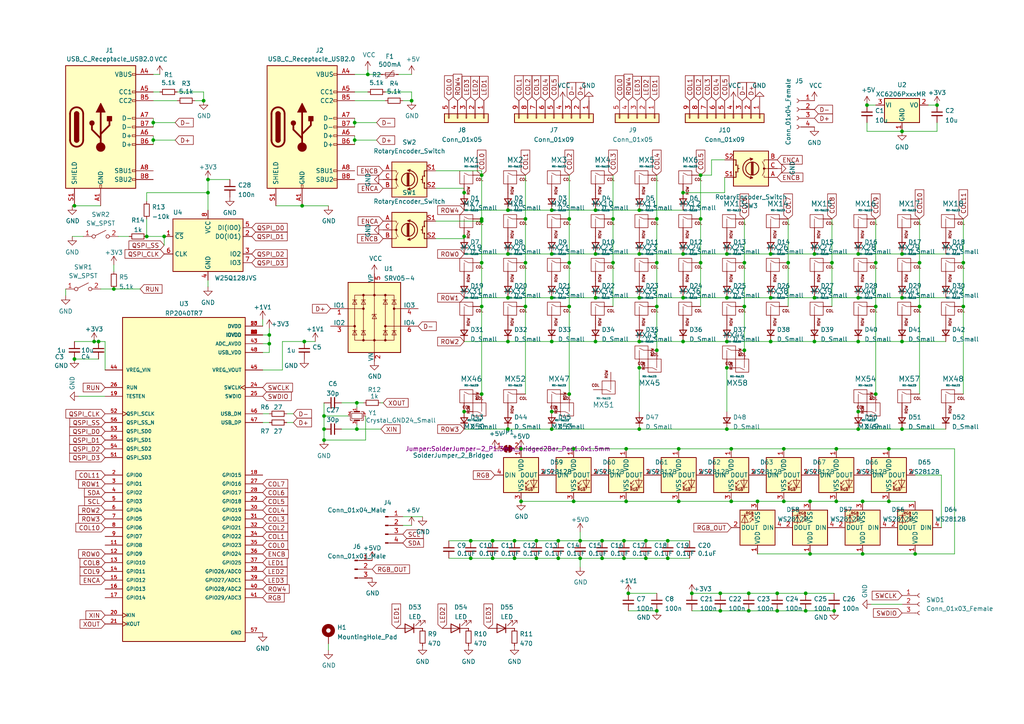
<source format=kicad_sch>
(kicad_sch (version 20211123) (generator eeschema)
  (paper "A4")
  (lib_symbols
    (symbol "Connector:Conn_01x03_Female" (pin_names (offset 1.016) hide)
      (property "Reference" "J" (at 0 5.08 0))
      (property "Value" "Conn_01x03_Female" (at 0 -5.08 0))
      (symbol "Conn_01x03_Female_1_1"
        (pin passive line (at -5.08 2.54 0) (length 3.81) (name "Pin_1") (number "1"))
        (pin passive line (at -5.08 0 0) (length 3.81) (name "Pin_2") (number "2"))
        (pin passive line (at -5.08 -2.54 0) (length 3.81) (name "Pin_3") (number "3"))
      )
    )
    (symbol "Connector:Conn_01x03_Male" (pin_names (offset 1.016) hide)
      (property "Reference" "J" (at 0 5.08 0))
      (property "Value" "Conn_01x03_Male" (at 0 -5.08 0))
      (symbol "Conn_01x03_Male_1_1"
        (pin passive line (at 5.08 2.54 180) (length 3.81) (name "Pin_1") (number "1"))
        (pin passive line (at 5.08 0 180) (length 3.81) (name "Pin_2") (number "2"))
        (pin passive line (at 5.08 -2.54 180) (length 3.81) (name "Pin_3") (number "3"))
      )
    )
    (symbol "Connector:Conn_01x04_Female" (pin_names (offset 1.016) hide)
      (property "Reference" "J" (at 0 5.08 0))
      (property "Value" "Conn_01x04_Female" (at 0 -7.62 0))
      (symbol "Conn_01x04_Female_1_1"
        (pin passive line (at -5.08 2.54 0) (length 3.81) (name "Pin_1") (number "1"))
        (pin passive line (at -5.08 0 0) (length 3.81) (name "Pin_2") (number "2"))
        (pin passive line (at -5.08 -2.54 0) (length 3.81) (name "Pin_3") (number "3"))
        (pin passive line (at -5.08 -5.08 0) (length 3.81) (name "Pin_4") (number "4"))
      )
    )
    (symbol "Connector:Conn_01x04_Male" (pin_names (offset 1.016) hide)
      (property "Reference" "J" (at 0 5.08 0))
      (property "Value" "Conn_01x04_Male" (at 0 -7.62 0))
      (symbol "Conn_01x04_Male_1_1"
        (pin passive line (at 5.08 2.54 180) (length 3.81) (name "Pin_1") (number "1"))
        (pin passive line (at 5.08 0 180) (length 3.81) (name "Pin_2") (number "2"))
        (pin passive line (at 5.08 -2.54 180) (length 3.81) (name "Pin_3") (number "3"))
        (pin passive line (at 5.08 -5.08 180) (length 3.81) (name "Pin_4") (number "4"))
      )
    )
    (symbol "Connector:USB_C_Receptacle_USB2.0" (pin_names (offset 1.016))
      (property "Reference" "J" (at -10.16 19.05 0))
      (property "Value" "USB_C_Receptacle_USB2.0" (at 19.05 19.05 0))
      (symbol "USB_C_Receptacle_USB2.0_1_1"
        (pin passive line (at 0 -22.86 90) (length 5.08) (name "GND") (number "A1"))
        (pin passive line (at 0 -22.86 90) (length 5.08) hide (name "GND") (number "A12"))
        (pin passive line (at 15.24 15.24 180) (length 5.08) (name "VBUS") (number "A4"))
        (pin bidirectional line (at 15.24 10.16 180) (length 5.08) (name "CC1") (number "A5"))
        (pin bidirectional line (at 15.24 -2.54 180) (length 5.08) (name "D+") (number "A6"))
        (pin bidirectional line (at 15.24 2.54 180) (length 5.08) (name "D-") (number "A7"))
        (pin bidirectional line (at 15.24 -12.7 180) (length 5.08) (name "SBU1") (number "A8"))
        (pin passive line (at 15.24 15.24 180) (length 5.08) hide (name "VBUS") (number "A9"))
        (pin passive line (at 0 -22.86 90) (length 5.08) hide (name "GND") (number "B1"))
        (pin passive line (at 0 -22.86 90) (length 5.08) hide (name "GND") (number "B12"))
        (pin passive line (at 15.24 15.24 180) (length 5.08) hide (name "VBUS") (number "B4"))
        (pin bidirectional line (at 15.24 7.62 180) (length 5.08) (name "CC2") (number "B5"))
        (pin bidirectional line (at 15.24 -5.08 180) (length 5.08) (name "D+") (number "B6"))
        (pin bidirectional line (at 15.24 0 180) (length 5.08) (name "D-") (number "B7"))
        (pin bidirectional line (at 15.24 -15.24 180) (length 5.08) (name "SBU2") (number "B8"))
        (pin passive line (at 15.24 15.24 180) (length 5.08) hide (name "VBUS") (number "B9"))
        (pin passive line (at -7.62 -22.86 90) (length 5.08) (name "SHIELD") (number "S1"))
      )
    )
    (symbol "Connector_Generic:Conn_01x05" (pin_names (offset 1.016) hide)
      (property "Reference" "J" (at 0 7.62 0))
      (property "Value" "Conn_01x05" (at 0 -7.62 0))
      (symbol "Conn_01x05_1_1"
        (pin passive line (at -5.08 5.08 0) (length 3.81) (name "Pin_1") (number "1"))
        (pin passive line (at -5.08 2.54 0) (length 3.81) (name "Pin_2") (number "2"))
        (pin passive line (at -5.08 0 0) (length 3.81) (name "Pin_3") (number "3"))
        (pin passive line (at -5.08 -2.54 0) (length 3.81) (name "Pin_4") (number "4"))
        (pin passive line (at -5.08 -5.08 0) (length 3.81) (name "Pin_5") (number "5"))
      )
    )
    (symbol "Connector_Generic:Conn_01x09" (pin_names (offset 1.016) hide)
      (property "Reference" "J" (at 0 12.7 0))
      (property "Value" "Conn_01x09" (at 0 -12.7 0))
      (symbol "Conn_01x09_1_1"
        (pin passive line (at -5.08 10.16 0) (length 3.81) (name "Pin_1") (number "1"))
        (pin passive line (at -5.08 7.62 0) (length 3.81) (name "Pin_2") (number "2"))
        (pin passive line (at -5.08 5.08 0) (length 3.81) (name "Pin_3") (number "3"))
        (pin passive line (at -5.08 2.54 0) (length 3.81) (name "Pin_4") (number "4"))
        (pin passive line (at -5.08 0 0) (length 3.81) (name "Pin_5") (number "5"))
        (pin passive line (at -5.08 -2.54 0) (length 3.81) (name "Pin_6") (number "6"))
        (pin passive line (at -5.08 -5.08 0) (length 3.81) (name "Pin_7") (number "7"))
        (pin passive line (at -5.08 -7.62 0) (length 3.81) (name "Pin_8") (number "8"))
        (pin passive line (at -5.08 -10.16 0) (length 3.81) (name "Pin_9") (number "9"))
      )
    )
    (symbol "Device:C_Small" (pin_numbers hide) (pin_names (offset 0.254) hide)
      (property "Reference" "C" (at 0.254 1.778 0))
      (property "Value" "C_Small" (at 0.254 -2.032 0))
      (symbol "C_Small_1_1"
        (pin passive line (at 0 2.54 270) (length 2.032) (name "~") (number "1"))
        (pin passive line (at 0 -2.54 90) (length 2.032) (name "~") (number "2"))
      )
    )
    (symbol "Device:Crystal_GND24_Small" (pin_names (offset 1.016) hide)
      (property "Reference" "Y" (at 1.27 4.445 0))
      (property "Value" "Crystal_GND24_Small" (at 1.27 2.54 0))
      (symbol "Crystal_GND24_Small_1_1"
        (pin passive line (at -2.54 0 0) (length 1.27) (name "1") (number "1"))
        (pin passive line (at 0 -2.54 90) (length 0.635) (name "2") (number "2"))
        (pin passive line (at 2.54 0 180) (length 1.27) (name "3") (number "3"))
        (pin passive line (at 0 2.54 270) (length 0.635) (name "4") (number "4"))
      )
    )
    (symbol "Device:D_Small" (pin_numbers hide) (pin_names (offset 0.254) hide)
      (property "Reference" "D" (at -1.27 2.032 0))
      (property "Value" "D_Small" (at -3.81 -2.032 0))
      (symbol "D_Small_1_1"
        (pin passive line (at -2.54 0 0) (length 1.778) (name "K") (number "1"))
        (pin passive line (at 2.54 0 180) (length 1.778) (name "A") (number "2"))
      )
    )
    (symbol "Device:LED" (pin_numbers hide) (pin_names (offset 1.016) hide)
      (property "Reference" "D" (at 0 2.54 0))
      (property "Value" "LED" (at 0 -2.54 0))
      (symbol "LED_1_1"
        (pin passive line (at -3.81 0 0) (length 2.54) (name "K") (number "1"))
        (pin passive line (at 3.81 0 180) (length 2.54) (name "A") (number "2"))
      )
    )
    (symbol "Device:Polyfuse_Small" (pin_numbers hide) (pin_names (offset 0))
      (property "Reference" "F" (at -1.905 0 90))
      (property "Value" "Polyfuse_Small" (at 1.905 0 90))
      (symbol "Polyfuse_Small_1_1"
        (pin passive line (at 0 2.54 270) (length 0.635) (name "~") (number "1"))
        (pin passive line (at 0 -2.54 90) (length 0.635) (name "~") (number "2"))
      )
    )
    (symbol "Device:R_Small" (pin_numbers hide) (pin_names (offset 0.254) hide)
      (property "Reference" "R" (at 0.762 0.508 0))
      (property "Value" "R_Small" (at 0.762 -1.016 0))
      (symbol "R_Small_1_1"
        (pin passive line (at 0 2.54 270) (length 0.762) (name "~") (number "1"))
        (pin passive line (at 0 -2.54 90) (length 0.762) (name "~") (number "2"))
      )
    )
    (symbol "Device:RotaryEncoder_Switch" (pin_names (offset 0.254) hide)
      (property "Reference" "SW" (at 0 6.604 0))
      (property "Value" "RotaryEncoder_Switch" (at 0 -6.604 0))
      (symbol "RotaryEncoder_Switch_1_1"
        (pin passive line (at -7.62 2.54 0) (length 2.54) (name "A") (number "A"))
        (pin passive line (at -7.62 -2.54 0) (length 2.54) (name "B") (number "B"))
        (pin passive line (at -7.62 0 0) (length 2.54) (name "C") (number "C"))
        (pin passive line (at 7.62 2.54 180) (length 2.54) (name "S1") (number "S1"))
        (pin passive line (at 7.62 -2.54 180) (length 2.54) (name "S2") (number "S2"))
      )
    )
    (symbol "Jumper:SolderJumper_2_Bridged" (pin_names (offset 0) hide)
      (property "Reference" "JP" (at 0 2.032 0))
      (property "Value" "SolderJumper_2_Bridged" (at 0 -2.54 0))
      (symbol "SolderJumper_2_Bridged_1_1"
        (pin passive line (at -3.81 0 0) (length 2.54) (name "A") (number "1"))
        (pin passive line (at 3.81 0 180) (length 2.54) (name "B") (number "2"))
      )
    )
    (symbol "LED:WS2812B" (pin_names (offset 0.254))
      (property "Reference" "D" (at 5.08 5.715 0))
      (property "Value" "WS2812B" (at 1.27 -5.715 0))
      (symbol "WS2812B_0_0"
        (text "RGB" (at 2.286 -4.191 0) (effects (font (size 0.762 0.762))))
      )
      (symbol "WS2812B_1_1"
        (pin power_in line (at 0 7.62 270) (length 2.54) (name "VDD") (number "1"))
        (pin output line (at 7.62 0 180) (length 2.54) (name "DOUT") (number "2"))
        (pin power_in line (at 0 -7.62 90) (length 2.54) (name "VSS") (number "3"))
        (pin input line (at -7.62 0 0) (length 2.54) (name "DIN") (number "4"))
      )
    )
    (symbol "MX_Alps_Hybrid:MX-NoLED" (pin_names (offset 1.016))
      (property "Reference" "MX" (at -0.635 3.81 0))
      (property "Value" "MX_Alps_Hybrid_MX-NoLED" (at -0.635 1.27 0))
      (symbol "MX-NoLED_0_0"
        (text "COL" (at 3.175 0 0) (effects (font (size 0.762 0.762))))
        (text "ROW" (at 0 -1.905 900) (effects (font (size 0.762 0.762)) (justify right)))
      )
      (symbol "MX-NoLED_1_1"
        (pin passive line (at 3.81 1.27 180) (length 2.54) (name "COL") (number "1"))
        (pin passive line (at -1.27 -3.81 90) (length 2.54) (name "ROW") (number "2"))
      )
    )
    (symbol "Mechanical:MountingHole_Pad" (pin_numbers hide) (pin_names (offset 1.016) hide)
      (property "Reference" "H" (at 0 6.35 0))
      (property "Value" "MountingHole_Pad" (at 0 4.445 0))
      (symbol "MountingHole_Pad_1_1"
        (pin input line (at 0 -2.54 90) (length 2.54) (name "1") (number "1"))
      )
    )
    (symbol "Memory_Flash:W25Q128JVS"
      (property "Reference" "U" (at -8.89 8.89 0))
      (property "Value" "W25Q128JVS" (at 7.62 8.89 0))
      (symbol "W25Q128JVS_1_1"
        (pin input line (at -12.7 2.54 0) (length 2.54) (name "~{CS}") (number "1"))
        (pin bidirectional line (at 12.7 2.54 180) (length 2.54) (name "DO(IO1)") (number "2"))
        (pin bidirectional line (at 12.7 -2.54 180) (length 2.54) (name "IO2") (number "3"))
        (pin power_in line (at 0 -10.16 90) (length 2.54) (name "GND") (number "4"))
        (pin bidirectional line (at 12.7 5.08 180) (length 2.54) (name "DI(IO0)") (number "5"))
        (pin input line (at -12.7 -2.54 0) (length 2.54) (name "CLK") (number "6"))
        (pin bidirectional line (at 12.7 -5.08 180) (length 2.54) (name "IO3") (number "7"))
        (pin power_in line (at 0 10.16 270) (length 2.54) (name "VCC") (number "8"))
      )
    )
    (symbol "Power_Protection:SRV05-4" (pin_names (offset 0))
      (property "Reference" "U" (at -5.08 11.43 0))
      (property "Value" "SRV05-4" (at 2.54 11.43 0))
      (symbol "SRV05-4_1_1"
        (pin passive line (at -12.7 2.54 0) (length 5.08) (name "IO1") (number "1"))
        (pin passive line (at 0 -12.7 90) (length 2.54) (name "VN") (number "2"))
        (pin passive line (at -12.7 -2.54 0) (length 5.08) (name "IO2") (number "3"))
        (pin passive line (at 12.7 2.54 180) (length 5.08) (name "IO3") (number "4"))
        (pin passive line (at 0 12.7 270) (length 2.54) (name "VP") (number "5"))
        (pin passive line (at 12.7 -2.54 180) (length 5.08) (name "IO4") (number "6"))
      )
    )
    (symbol "RP2040TR7:RP2040TR7" (pin_names (offset 1.016))
      (property "Reference" "U" (at -17.78 46.99 0))
      (property "Value" "RP2040TR7" (at -17.526 -51.562 0))
      (symbol "RP2040TR7_0_0"
        (pin power_in line (at 22.86 40.64 180) (length 5.08) (name "IOVDD") (number "1"))
        (pin power_in line (at 22.86 40.64 180) (length 5.08) (name "IOVDD") (number "10"))
        (pin bidirectional line (at -22.86 -20.32 0) (length 5.08) (name "GPIO8") (number "11"))
        (pin bidirectional line (at -22.86 -22.86 0) (length 5.08) (name "GPIO9") (number "12"))
        (pin bidirectional line (at -22.86 -25.4 0) (length 5.08) (name "GPIO10") (number "13"))
        (pin bidirectional line (at -22.86 -27.94 0) (length 5.08) (name "GPIO11") (number "14"))
        (pin bidirectional line (at -22.86 -30.48 0) (length 5.08) (name "GPIO12") (number "15"))
        (pin bidirectional line (at -22.86 -33.02 0) (length 5.08) (name "GPIO13") (number "16"))
        (pin bidirectional line (at -22.86 -35.56 0) (length 5.08) (name "GPIO14") (number "17"))
        (pin bidirectional line (at 22.86 0 180) (length 5.08) (name "GPIO15") (number "18"))
        (pin input line (at -22.86 22.86 0) (length 5.08) (name "TESTEN") (number "19"))
        (pin bidirectional line (at -22.86 0 0) (length 5.08) (name "GPIO0") (number "2"))
        (pin input clock (at -22.86 -40.64 0) (length 5.08) (name "XIN") (number "20"))
        (pin output clock (at -22.86 -43.18 0) (length 5.08) (name "XOUT") (number "21"))
        (pin power_in line (at 22.86 40.64 180) (length 5.08) (name "IOVDD") (number "22"))
        (pin power_in line (at 22.86 43.18 180) (length 5.08) (name "DVDD") (number "23"))
        (pin input clock (at 22.86 25.4 180) (length 5.08) (name "SWCLK") (number "24"))
        (pin bidirectional line (at 22.86 22.86 180) (length 5.08) (name "SWDIO") (number "25"))
        (pin input line (at -22.86 25.4 0) (length 5.08) (name "RUN") (number "26"))
        (pin bidirectional line (at 22.86 -2.54 180) (length 5.08) (name "GPIO16") (number "27"))
        (pin bidirectional line (at 22.86 -5.08 180) (length 5.08) (name "GPIO17") (number "28"))
        (pin bidirectional line (at 22.86 -7.62 180) (length 5.08) (name "GPIO18") (number "29"))
        (pin bidirectional line (at -22.86 -2.54 0) (length 5.08) (name "GPIO1") (number "3"))
        (pin bidirectional line (at 22.86 -10.16 180) (length 5.08) (name "GPIO19") (number "30"))
        (pin bidirectional line (at 22.86 -12.7 180) (length 5.08) (name "GPIO20") (number "31"))
        (pin bidirectional line (at 22.86 -15.24 180) (length 5.08) (name "GPIO21") (number "32"))
        (pin power_in line (at 22.86 40.64 180) (length 5.08) (name "IOVDD") (number "33"))
        (pin bidirectional line (at 22.86 -17.78 180) (length 5.08) (name "GPIO22") (number "34"))
        (pin bidirectional line (at 22.86 -20.32 180) (length 5.08) (name "GPIO23") (number "35"))
        (pin bidirectional line (at 22.86 -22.86 180) (length 5.08) (name "GPIO24") (number "36"))
        (pin bidirectional line (at 22.86 -25.4 180) (length 5.08) (name "GPIO25") (number "37"))
        (pin bidirectional line (at 22.86 -27.94 180) (length 5.08) (name "GPIO26/ADC0") (number "38"))
        (pin bidirectional line (at 22.86 -30.48 180) (length 5.08) (name "GPIO27/ADC1") (number "39"))
        (pin bidirectional line (at -22.86 -5.08 0) (length 5.08) (name "GPIO2") (number "4"))
        (pin bidirectional line (at 22.86 -33.02 180) (length 5.08) (name "GPIO28/ADC2") (number "40"))
        (pin bidirectional line (at 22.86 -35.56 180) (length 5.08) (name "GPIO29/ADC3") (number "41"))
        (pin power_in line (at 22.86 40.64 180) (length 5.08) (name "IOVDD") (number "42"))
        (pin power_in line (at 22.86 38.1 180) (length 5.08) (name "ADC_AVDD") (number "43"))
        (pin input line (at -22.86 30.48 0) (length 5.08) (name "VREG_VIN") (number "44"))
        (pin output line (at 22.86 30.48 180) (length 5.08) (name "VREG_VOUT") (number "45"))
        (pin bidirectional line (at 22.86 17.78 180) (length 5.08) (name "USB_DM") (number "46"))
        (pin bidirectional line (at 22.86 15.24 180) (length 5.08) (name "USB_DP") (number "47"))
        (pin power_in line (at 22.86 35.56 180) (length 5.08) (name "USB_VDD") (number "48"))
        (pin power_in line (at 22.86 40.64 180) (length 5.08) (name "IOVDD") (number "49"))
        (pin bidirectional line (at -22.86 -7.62 0) (length 5.08) (name "GPIO3") (number "5"))
        (pin power_in line (at 22.86 43.18 180) (length 5.08) (name "DVDD") (number "50"))
        (pin bidirectional line (at -22.86 5.08 0) (length 5.08) (name "QSPI_SD3") (number "51"))
        (pin bidirectional clock (at -22.86 17.78 0) (length 5.08) (name "QSPI_SCLK") (number "52"))
        (pin bidirectional line (at -22.86 12.7 0) (length 5.08) (name "QSPI_SD0") (number "53"))
        (pin bidirectional line (at -22.86 7.62 0) (length 5.08) (name "QSPI_SD2") (number "54"))
        (pin bidirectional line (at -22.86 10.16 0) (length 5.08) (name "QSPI_SD1") (number "55"))
        (pin bidirectional line (at -22.86 15.24 0) (length 5.08) (name "QSPI_SS_N") (number "56"))
        (pin power_in line (at 22.86 -45.72 180) (length 5.08) (name "GND") (number "57"))
        (pin bidirectional line (at -22.86 -10.16 0) (length 5.08) (name "GPIO4") (number "6"))
        (pin bidirectional line (at -22.86 -12.7 0) (length 5.08) (name "GPIO5") (number "7"))
        (pin bidirectional line (at -22.86 -15.24 0) (length 5.08) (name "GPIO6") (number "8"))
        (pin bidirectional line (at -22.86 -17.78 0) (length 5.08) (name "GPIO7") (number "9"))
      )
    )
    (symbol "Regulator_Linear:XC6206PxxxMR" (pin_names (offset 0.254))
      (property "Reference" "U" (at -3.81 3.175 0))
      (property "Value" "XC6206PxxxMR" (at 0 3.175 0))
      (symbol "XC6206PxxxMR_1_1"
        (pin power_in line (at 0 -7.62 90) (length 2.54) (name "GND") (number "1"))
        (pin power_out line (at 7.62 0 180) (length 2.54) (name "VO") (number "2"))
        (pin power_in line (at -7.62 0 0) (length 2.54) (name "VI") (number "3"))
      )
    )
    (symbol "Switch:SW_SPST" (pin_names (offset 0) hide)
      (property "Reference" "SW" (at 0 3.175 0))
      (property "Value" "SW_SPST" (at 0 -2.54 0))
      (symbol "SW_SPST_1_1"
        (pin passive line (at -5.08 0 0) (length 2.54) (name "A") (number "1"))
        (pin passive line (at 5.08 0 180) (length 2.54) (name "B") (number "2"))
      )
    )
    (symbol "power:+1V1" (power) (pin_names (offset 0))
      (property "Value" "+1V1" (at 0 3.556 0))
      (symbol "+1V1_1_1"
        (pin power_in line (at 0 0 90) (length 0) hide (name "+1V1") (number "1"))
      )
    )
    (symbol "power:+3V3" (power) (pin_names (offset 0))
      (property "Value" "+3V3" (at 0 3.556 0))
      (symbol "+3V3_1_1"
        (pin power_in line (at 0 0 90) (length 0) hide (name "+3V3") (number "1"))
      )
    )
    (symbol "power:+5V" (power) (pin_names (offset 0))
      (property "Value" "+5V" (at 0 3.556 0))
      (symbol "+5V_1_1"
        (pin power_in line (at 0 0 90) (length 0) hide (name "+5V") (number "1"))
      )
    )
    (symbol "power:+5VD" (power) (pin_names (offset 0))
      (property "Value" "+5VD" (at 0 3.556 0))
      (symbol "+5VD_1_1"
        (pin power_in line (at 0 0 90) (length 0) hide (name "+5VD") (number "1"))
      )
    )
    (symbol "power:GND" (power) (pin_names (offset 0))
      (property "Value" "GND" (at 0 -3.81 0))
      (symbol "GND_1_1"
        (pin power_in line (at 0 0 270) (length 0) hide (name "GND") (number "1"))
      )
    )
    (symbol "power:VCC" (power) (pin_names (offset 0))
      (property "Value" "VCC" (at 0 3.81 0))
      (symbol "VCC_1_1"
        (pin power_in line (at 0 0 90) (length 0) hide (name "VCC") (number "1"))
      )
    )
  )
  (junction (at 172.72 86.36))
  (junction (at 160.02 86.36))
  (junction (at 60.325 52.07))
  (junction (at 219.71 145.415))
  (junction (at 172.72 73.66))
  (junction (at 190.5 88.9))
  (junction (at 165.1 63.5))
  (junction (at 59.055 29.21))
  (junction (at 193.675 161.925))
  (junction (at 234.95 145.415))
  (junction (at 225.425 177.165))
  (junction (at 93.98 124.46))
  (junction (at 181.61 130.175))
  (junction (at 228.6 76.2))
  (junction (at 160.02 124.46))
  (junction (at 103.505 116.84))
  (junction (at 21.59 104.14))
  (junction (at 215.9 76.2))
  (junction (at 155.575 161.925))
  (junction (at 254 76.2))
  (junction (at 177.8 63.5))
  (junction (at 266.7 88.9))
  (junction (at 103.505 124.46))
  (junction (at 93.98 120.65))
  (junction (at 257.81 145.415))
  (junction (at 187.325 161.925))
  (junction (at 257.81 130.175))
  (junction (at 151.13 145.415))
  (junction (at 102.87 40.64))
  (junction (at 236.22 86.36))
  (junction (at 227.33 130.175))
  (junction (at 134.62 55.88))
  (junction (at 212.09 130.175))
  (junction (at 248.92 86.36))
  (junction (at 155.575 156.845))
  (junction (at 27.305 99.06))
  (junction (at 203.2 50.8))
  (junction (at 254 114.3))
  (junction (at 119.38 29.21))
  (junction (at 250.19 145.415))
  (junction (at 151.13 130.175))
  (junction (at 200.66 172.085))
  (junction (at 139.7 76.2))
  (junction (at 190.5 101.6))
  (junction (at 44.45 40.64))
  (junction (at 147.32 86.36))
  (junction (at 217.17 177.165))
  (junction (at 215.9 101.6))
  (junction (at 181.61 145.415))
  (junction (at 196.85 145.415))
  (junction (at 165.1 88.9))
  (junction (at 215.9 88.9))
  (junction (at 147.32 99.06))
  (junction (at 187.325 156.845))
  (junction (at 160.02 60.96))
  (junction (at 261.62 124.46))
  (junction (at 180.975 156.845))
  (junction (at 152.4 88.9))
  (junction (at 198.12 86.36))
  (junction (at 147.32 124.46))
  (junction (at 168.275 156.845))
  (junction (at 106.68 21.59))
  (junction (at 261.62 99.06))
  (junction (at 78.105 97.155))
  (junction (at 165.1 76.2))
  (junction (at 33.02 83.82))
  (junction (at 242.57 130.175))
  (junction (at 225.425 172.085))
  (junction (at 149.225 156.845))
  (junction (at 190.5 76.2))
  (junction (at 198.12 55.88))
  (junction (at 139.7 114.3))
  (junction (at 174.625 156.845))
  (junction (at 248.92 124.46))
  (junction (at 251.46 30.48))
  (junction (at 136.525 161.925))
  (junction (at 190.5 177.165))
  (junction (at 190.5 63.5))
  (junction (at 212.09 145.415))
  (junction (at 160.02 119.38))
  (junction (at 210.82 73.66))
  (junction (at 236.22 73.66))
  (junction (at 185.42 106.68))
  (junction (at 261.62 86.36))
  (junction (at 139.7 88.9))
  (junction (at 28.575 99.06))
  (junction (at 242.57 145.415))
  (junction (at 198.12 99.06))
  (junction (at 193.675 156.845))
  (junction (at 149.225 161.925))
  (junction (at 78.105 99.695))
  (junction (at 142.875 161.925))
  (junction (at 233.68 177.165))
  (junction (at 185.42 73.66))
  (junction (at 248.92 99.06))
  (junction (at 208.915 172.085))
  (junction (at 227.33 145.415))
  (junction (at 139.7 64.135))
  (junction (at 185.42 86.36))
  (junction (at 223.52 99.06))
  (junction (at 60.325 55.88))
  (junction (at 160.02 99.06))
  (junction (at 248.92 73.66))
  (junction (at 248.92 119.38))
  (junction (at 210.82 124.46))
  (junction (at 208.915 177.165))
  (junction (at 87.63 59.69))
  (junction (at 174.625 161.925))
  (junction (at 182.245 172.085))
  (junction (at 177.8 76.2))
  (junction (at 241.935 177.165))
  (junction (at 234.95 160.655))
  (junction (at 265.43 160.655))
  (junction (at 21.59 59.69))
  (junction (at 136.525 156.845))
  (junction (at 139.7 63.5))
  (junction (at 236.22 99.06))
  (junction (at 250.19 160.655))
  (junction (at 185.42 124.46))
  (junction (at 196.85 130.175))
  (junction (at 134.62 119.38))
  (junction (at 223.52 73.66))
  (junction (at 168.275 161.925))
  (junction (at 44.45 35.56))
  (junction (at 166.37 145.415))
  (junction (at 233.68 172.085))
  (junction (at 134.62 68.58))
  (junction (at 210.82 106.68))
  (junction (at 166.37 130.175))
  (junction (at 254 88.9))
  (junction (at 160.02 73.66))
  (junction (at 161.925 156.845))
  (junction (at 203.2 63.5))
  (junction (at 217.17 172.085))
  (junction (at 172.72 99.06))
  (junction (at 165.1 114.3))
  (junction (at 102.87 35.56))
  (junction (at 172.72 60.96))
  (junction (at 261.62 38.1))
  (junction (at 271.78 30.48))
  (junction (at 93.98 127.635))
  (junction (at 279.4 76.2))
  (junction (at 147.32 60.96))
  (junction (at 210.82 86.36))
  (junction (at 241.3 76.2))
  (junction (at 198.12 73.66))
  (junction (at 210.82 99.06))
  (junction (at 266.7 76.2))
  (junction (at 42.545 68.58))
  (junction (at 223.52 86.36))
  (junction (at 47.625 68.58))
  (junction (at 152.4 76.2))
  (junction (at 88.265 99.06))
  (junction (at 139.7 50.8))
  (junction (at 142.875 156.845))
  (junction (at 152.4 63.5))
  (junction (at 185.42 60.96))
  (junction (at 279.4 88.9))
  (junction (at 161.925 161.925))
  (junction (at 185.42 99.06))
  (junction (at 261.62 73.66))
  (junction (at 147.32 73.66))
  (junction (at 203.2 76.2))
  (junction (at 180.975 161.925))
  (wire (pts (xy 147.32 99.06) (xy 160.02 99.06)))
  (wire (pts (xy 83.185 122.555) (xy 85.09 122.555)))
  (wire (pts (xy 233.68 172.085) (xy 241.935 172.085)))
  (wire (pts (xy 168.275 161.925) (xy 174.625 161.925)))
  (wire (pts (xy 88.265 99.06) (xy 91.44 99.06)))
  (wire (pts (xy 165.1 50.8) (xy 165.1 63.5)))
  (wire (pts (xy 151.13 130.175) (xy 166.37 130.175)))
  (wire (pts (xy 212.09 130.175) (xy 227.33 130.175)))
  (wire (pts (xy 59.055 29.21) (xy 56.515 29.21)))
  (wire (pts (xy 172.72 86.36) (xy 185.42 86.36)))
  (wire (pts (xy 87.63 59.69) (xy 95.25 59.69)))
  (wire (pts (xy 105.41 116.84) (xy 103.505 116.84)))
  (wire (pts (xy 219.71 145.415) (xy 227.33 145.415)))
  (wire (pts (xy 76.2 122.555) (xy 78.105 122.555)))
  (wire (pts (xy 109.22 40.64) (xy 102.87 40.64)))
  (wire (pts (xy 166.37 130.175) (xy 181.61 130.175)))
  (wire (pts (xy 22.86 114.935) (xy 30.48 114.935)))
  (wire (pts (xy 152.4 63.5) (xy 152.4 76.2)))
  (wire (pts (xy 172.72 73.66) (xy 185.42 73.66)))
  (wire (pts (xy 254 76.2) (xy 254 88.9)))
  (wire (pts (xy 206.375 50.8) (xy 203.2 50.8)))
  (wire (pts (xy 99.06 116.84) (xy 103.505 116.84)))
  (wire (pts (xy 252.73 175.26) (xy 261.62 175.26)))
  (wire (pts (xy 95.25 186.69) (xy 95.25 188.595)))
  (wire (pts (xy 44.45 40.64) (xy 44.45 41.91)))
  (wire (pts (xy 139.7 88.9) (xy 139.7 114.3)))
  (wire (pts (xy 174.625 161.925) (xy 180.975 161.925)))
  (wire (pts (xy 168.275 164.465) (xy 168.275 161.925)))
  (wire (pts (xy 266.7 88.9) (xy 266.7 114.3)))
  (wire (pts (xy 236.22 99.06) (xy 248.92 99.06)))
  (wire (pts (xy 50.8 35.56) (xy 44.45 35.56)))
  (wire (pts (xy 119.38 26.67) (xy 119.38 29.21)))
  (wire (pts (xy 185.42 73.66) (xy 198.12 73.66)))
  (wire (pts (xy 265.43 137.795) (xy 273.05 137.795)))
  (wire (pts (xy 225.425 172.085) (xy 233.68 172.085)))
  (wire (pts (xy 276.86 130.175) (xy 276.86 160.655)))
  (wire (pts (xy 149.225 161.925) (xy 155.575 161.925)))
  (wire (pts (xy 200.66 172.085) (xy 208.915 172.085)))
  (wire (pts (xy 60.325 81.28) (xy 60.325 83.185)))
  (wire (pts (xy 198.12 73.66) (xy 210.82 73.66)))
  (wire (pts (xy 102.87 34.29) (xy 102.87 35.56)))
  (wire (pts (xy 233.68 177.165) (xy 241.935 177.165)))
  (wire (pts (xy 248.92 73.66) (xy 261.62 73.66)))
  (wire (pts (xy 181.61 145.415) (xy 196.85 145.415)))
  (wire (pts (xy 208.915 177.165) (xy 217.17 177.165)))
  (wire (pts (xy 59.055 26.67) (xy 59.055 29.21)))
  (wire (pts (xy 42.545 55.88) (xy 60.325 55.88)))
  (wire (pts (xy 44.45 39.37) (xy 44.45 40.64)))
  (wire (pts (xy 271.78 38.1) (xy 271.78 35.56)))
  (wire (pts (xy 161.925 161.925) (xy 168.275 161.925)))
  (wire (pts (xy 210.185 46.355) (xy 206.375 46.355)))
  (wire (pts (xy 136.525 156.845) (xy 142.875 156.845)))
  (wire (pts (xy 198.12 99.06) (xy 210.82 99.06)))
  (wire (pts (xy 103.505 116.84) (xy 103.505 118.11)))
  (wire (pts (xy 20.955 59.69) (xy 21.59 59.69)))
  (wire (pts (xy 93.98 116.84) (xy 93.98 120.65)))
  (wire (pts (xy 147.32 73.66) (xy 160.02 73.66)))
  (wire (pts (xy 126.365 54.61) (xy 134.62 54.61)))
  (wire (pts (xy 29.21 83.82) (xy 33.02 83.82)))
  (wire (pts (xy 210.82 124.46) (xy 248.92 124.46)))
  (wire (pts (xy 33.02 83.82) (xy 40.64 83.82)))
  (wire (pts (xy 190.5 76.2) (xy 190.5 88.9)))
  (wire (pts (xy 200.66 177.165) (xy 208.915 177.165)))
  (wire (pts (xy 172.72 99.06) (xy 185.42 99.06)))
  (wire (pts (xy 44.45 35.56) (xy 44.45 36.83)))
  (wire (pts (xy 76.2 99.695) (xy 78.105 99.695)))
  (wire (pts (xy 187.325 156.845) (xy 193.675 156.845)))
  (wire (pts (xy 177.8 63.5) (xy 177.8 76.2)))
  (wire (pts (xy 227.33 130.175) (xy 242.57 130.175)))
  (wire (pts (xy 60.325 60.96) (xy 60.325 55.88)))
  (wire (pts (xy 180.975 161.925) (xy 187.325 161.925)))
  (wire (pts (xy 266.7 63.5) (xy 266.7 76.2)))
  (wire (pts (xy 234.95 145.415) (xy 242.57 145.415)))
  (wire (pts (xy 130.175 161.925) (xy 136.525 161.925)))
  (wire (pts (xy 251.46 38.1) (xy 261.62 38.1)))
  (wire (pts (xy 147.32 60.96) (xy 160.02 60.96)))
  (wire (pts (xy 269.24 30.48) (xy 271.78 30.48)))
  (wire (pts (xy 47.625 68.58) (xy 47.625 71.12)))
  (wire (pts (xy 181.61 130.175) (xy 196.85 130.175)))
  (wire (pts (xy 126.365 69.215) (xy 134.62 69.215)))
  (wire (pts (xy 241.3 76.2) (xy 241.3 88.9)))
  (wire (pts (xy 198.12 86.36) (xy 210.82 86.36)))
  (wire (pts (xy 21.59 104.14) (xy 28.575 104.14)))
  (wire (pts (xy 42.545 68.58) (xy 42.545 63.5)))
  (wire (pts (xy 152.4 50.8) (xy 152.4 63.5)))
  (wire (pts (xy 126.365 49.53) (xy 139.7 49.53)))
  (wire (pts (xy 228.6 76.2) (xy 228.6 88.9)))
  (wire (pts (xy 76.2 107.315) (xy 81.915 107.315)))
  (wire (pts (xy 115.57 21.59) (xy 119.38 21.59)))
  (wire (pts (xy 279.4 76.2) (xy 279.4 88.9)))
  (wire (pts (xy 93.98 120.65) (xy 100.965 120.65)))
  (wire (pts (xy 102.87 39.37) (xy 102.87 40.64)))
  (wire (pts (xy 219.71 160.655) (xy 234.95 160.655)))
  (wire (pts (xy 149.225 156.845) (xy 155.575 156.845)))
  (wire (pts (xy 242.57 145.415) (xy 250.19 145.415)))
  (wire (pts (xy 166.37 145.415) (xy 181.61 145.415)))
  (wire (pts (xy 102.87 21.59) (xy 106.68 21.59)))
  (wire (pts (xy 212.09 145.415) (xy 219.71 145.415)))
  (wire (pts (xy 134.62 54.61) (xy 134.62 55.88)))
  (wire (pts (xy 210.82 106.68) (xy 210.82 119.38)))
  (wire (pts (xy 165.1 76.2) (xy 165.1 88.9)))
  (wire (pts (xy 198.12 55.88) (xy 210.185 55.88)))
  (wire (pts (xy 203.2 76.2) (xy 203.2 88.9)))
  (wire (pts (xy 248.92 86.36) (xy 261.62 86.36)))
  (wire (pts (xy 185.42 60.96) (xy 198.12 60.96)))
  (wire (pts (xy 76.2 102.235) (xy 78.105 102.235)))
  (wire (pts (xy 223.52 99.06) (xy 236.22 99.06)))
  (wire (pts (xy 136.525 161.925) (xy 142.875 161.925)))
  (wire (pts (xy 210.82 86.36) (xy 223.52 86.36)))
  (wire (pts (xy 160.02 73.66) (xy 172.72 73.66)))
  (wire (pts (xy 172.72 60.96) (xy 185.42 60.96)))
  (wire (pts (xy 134.62 73.66) (xy 147.32 73.66)))
  (wire (pts (xy 182.245 172.085) (xy 190.5 172.085)))
  (wire (pts (xy 139.7 64.135) (xy 139.7 76.2)))
  (wire (pts (xy 19.05 85.725) (xy 19.05 83.82)))
  (wire (pts (xy 155.575 156.845) (xy 161.925 156.845)))
  (wire (pts (xy 241.3 63.5) (xy 241.3 76.2)))
  (wire (pts (xy 206.375 46.355) (xy 206.375 50.8)))
  (wire (pts (xy 20.955 68.58) (xy 24.13 68.58)))
  (wire (pts (xy 106.045 127.635) (xy 93.98 127.635)))
  (wire (pts (xy 111.76 26.67) (xy 119.38 26.67)))
  (wire (pts (xy 27.305 99.06) (xy 28.575 99.06)))
  (wire (pts (xy 83.185 120.015) (xy 85.09 120.015)))
  (wire (pts (xy 119.38 29.21) (xy 116.84 29.21)))
  (wire (pts (xy 261.62 124.46) (xy 274.32 124.46)))
  (wire (pts (xy 168.275 156.845) (xy 174.625 156.845)))
  (wire (pts (xy 160.02 86.36) (xy 172.72 86.36)))
  (wire (pts (xy 257.81 145.415) (xy 265.43 145.415)))
  (wire (pts (xy 182.245 177.165) (xy 190.5 177.165)))
  (wire (pts (xy 236.22 86.36) (xy 248.92 86.36)))
  (wire (pts (xy 139.7 63.5) (xy 139.7 64.135)))
  (wire (pts (xy 134.62 99.06) (xy 147.32 99.06)))
  (wire (pts (xy 160.02 99.06) (xy 172.72 99.06)))
  (wire (pts (xy 185.42 124.46) (xy 210.82 124.46)))
  (wire (pts (xy 203.2 63.5) (xy 203.2 76.2)))
  (wire (pts (xy 139.7 50.8) (xy 139.7 63.5)))
  (wire (pts (xy 190.5 88.9) (xy 190.5 101.6)))
  (wire (pts (xy 60.325 55.88) (xy 60.325 52.07)))
  (wire (pts (xy 147.32 124.46) (xy 160.02 124.46)))
  (wire (pts (xy 254 88.9) (xy 254 114.3)))
  (wire (pts (xy 147.32 86.36) (xy 160.02 86.36)))
  (wire (pts (xy 21.59 59.69) (xy 29.21 59.69)))
  (wire (pts (xy 193.675 161.925) (xy 200.025 161.925)))
  (wire (pts (xy 223.52 73.66) (xy 236.22 73.66)))
  (wire (pts (xy 93.98 120.65) (xy 93.98 124.46)))
  (wire (pts (xy 217.17 177.165) (xy 225.425 177.165)))
  (wire (pts (xy 151.13 145.415) (xy 166.37 145.415)))
  (wire (pts (xy 261.62 99.06) (xy 274.32 99.06)))
  (wire (pts (xy 261.62 38.1) (xy 271.78 38.1)))
  (wire (pts (xy 210.82 99.06) (xy 223.52 99.06)))
  (wire (pts (xy 44.45 26.67) (xy 46.355 26.67)))
  (wire (pts (xy 251.46 35.56) (xy 251.46 38.1)))
  (wire (pts (xy 44.45 29.21) (xy 51.435 29.21)))
  (wire (pts (xy 142.875 156.845) (xy 149.225 156.845)))
  (wire (pts (xy 78.105 99.695) (xy 78.105 97.155)))
  (wire (pts (xy 196.85 145.415) (xy 212.09 145.415)))
  (wire (pts (xy 102.87 26.67) (xy 106.68 26.67)))
  (wire (pts (xy 81.915 107.315) (xy 81.915 99.06)))
  (wire (pts (xy 102.87 29.21) (xy 111.76 29.21)))
  (wire (pts (xy 265.43 160.655) (xy 276.86 160.655)))
  (wire (pts (xy 103.505 124.46) (xy 110.49 124.46)))
  (wire (pts (xy 185.42 86.36) (xy 198.12 86.36)))
  (wire (pts (xy 228.6 63.5) (xy 228.6 76.2)))
  (wire (pts (xy 196.85 130.175) (xy 212.09 130.175)))
  (wire (pts (xy 152.4 76.2) (xy 152.4 88.9)))
  (wire (pts (xy 116.84 152.4) (xy 119.38 152.4)))
  (wire (pts (xy 161.925 156.845) (xy 168.275 156.845)))
  (wire (pts (xy 261.62 73.66) (xy 274.32 73.66)))
  (wire (pts (xy 76.2 92.71) (xy 76.2 94.615)))
  (wire (pts (xy 210.185 55.88) (xy 210.185 51.435)))
  (wire (pts (xy 134.62 86.36) (xy 147.32 86.36)))
  (wire (pts (xy 227.33 145.415) (xy 234.95 145.415)))
  (wire (pts (xy 28.575 99.06) (xy 30.48 99.06)))
  (wire (pts (xy 208.915 172.085) (xy 217.17 172.085)))
  (wire (pts (xy 78.105 95.25) (xy 78.105 97.155)))
  (wire (pts (xy 225.425 177.165) (xy 233.68 177.165)))
  (wire (pts (xy 76.2 97.155) (xy 78.105 97.155)))
  (wire (pts (xy 33.02 76.835) (xy 33.02 78.74)))
  (wire (pts (xy 234.95 160.655) (xy 250.19 160.655)))
  (wire (pts (xy 203.2 50.8) (xy 203.2 63.5)))
  (wire (pts (xy 42.545 58.42) (xy 42.545 55.88)))
  (wire (pts (xy 106.68 21.59) (xy 110.49 21.59)))
  (wire (pts (xy 106.68 21.59) (xy 106.68 20.32)))
  (wire (pts (xy 21.59 99.06) (xy 27.305 99.06)))
  (wire (pts (xy 102.87 35.56) (xy 102.87 36.83)))
  (wire (pts (xy 80.01 59.69) (xy 87.63 59.69)))
  (wire (pts (xy 190.5 50.8) (xy 190.5 63.5)))
  (wire (pts (xy 185.42 106.68) (xy 185.42 119.38)))
  (wire (pts (xy 160.02 60.96) (xy 172.72 60.96)))
  (wire (pts (xy 165.1 63.5) (xy 165.1 76.2)))
  (wire (pts (xy 60.325 52.07) (xy 66.675 52.07)))
  (wire (pts (xy 215.9 76.2) (xy 215.9 88.9)))
  (wire (pts (xy 177.8 76.2) (xy 177.8 88.9)))
  (wire (pts (xy 185.42 99.06) (xy 198.12 99.06)))
  (wire (pts (xy 109.22 35.56) (xy 102.87 35.56)))
  (wire (pts (xy 155.575 161.925) (xy 161.925 161.925)))
  (wire (pts (xy 102.87 40.64) (xy 102.87 41.91)))
  (wire (pts (xy 78.105 102.235) (xy 78.105 99.695)))
  (wire (pts (xy 139.7 49.53) (xy 139.7 50.8)))
  (wire (pts (xy 76.2 120.015) (xy 78.105 120.015)))
  (wire (pts (xy 177.8 50.8) (xy 177.8 63.5)))
  (wire (pts (xy 47.625 68.58) (xy 42.545 68.58)))
  (wire (pts (xy 250.19 160.655) (xy 265.43 160.655)))
  (wire (pts (xy 251.46 30.48) (xy 254 30.48)))
  (wire (pts (xy 250.19 145.415) (xy 257.81 145.415)))
  (wire (pts (xy 187.325 161.925) (xy 193.675 161.925)))
  (wire (pts (xy 106.045 120.65) (xy 106.045 127.635)))
  (wire (pts (xy 248.92 99.06) (xy 261.62 99.06)))
  (wire (pts (xy 152.4 88.9) (xy 152.4 114.3)))
  (wire (pts (xy 257.81 130.175) (xy 276.86 130.175)))
  (wire (pts (xy 160.02 124.46) (xy 185.42 124.46)))
  (wire (pts (xy 273.05 137.795) (xy 273.05 153.035)))
  (wire (pts (xy 168.275 154.305) (xy 168.275 156.845)))
  (wire (pts (xy 193.675 156.845) (xy 200.025 156.845)))
  (wire (pts (xy 190.5 63.5) (xy 190.5 76.2)))
  (wire (pts (xy 134.62 60.96) (xy 147.32 60.96)))
  (wire (pts (xy 34.29 68.58) (xy 37.465 68.58)))
  (wire (pts (xy 223.52 86.36) (xy 236.22 86.36)))
  (wire (pts (xy 126.365 64.135) (xy 139.7 64.135)))
  (wire (pts (xy 279.4 63.5) (xy 279.4 76.2)))
  (wire (pts (xy 215.9 63.5) (xy 215.9 76.2)))
  (wire (pts (xy 174.625 156.845) (xy 180.975 156.845)))
  (wire (pts (xy 266.7 76.2) (xy 266.7 88.9)))
  (wire (pts (xy 165.1 88.9) (xy 165.1 114.3)))
  (wire (pts (xy 30.48 107.315) (xy 30.48 99.06)))
  (wire (pts (xy 93.98 127.635) (xy 93.98 124.46)))
  (wire (pts (xy 142.875 161.925) (xy 149.225 161.925)))
  (wire (pts (xy 44.45 21.59) (xy 46.355 21.59)))
  (wire (pts (xy 254 63.5) (xy 254 76.2)))
  (wire (pts (xy 130.175 156.845) (xy 136.525 156.845)))
  (wire (pts (xy 44.45 34.29) (xy 44.45 35.56)))
  (wire (pts (xy 103.505 123.19) (xy 103.505 124.46)))
  (wire (pts (xy 134.62 124.46) (xy 147.32 124.46)))
  (wire (pts (xy 139.7 76.2) (xy 139.7 88.9)))
  (wire (pts (xy 81.915 99.06) (xy 88.265 99.06)))
  (wire (pts (xy 217.17 172.085) (xy 225.425 172.085)))
  (wire (pts (xy 210.82 73.66) (xy 223.52 73.66)))
  (wire (pts (xy 242.57 130.175) (xy 257.81 130.175)))
  (wire (pts (xy 236.22 73.66) (xy 248.92 73.66)))
  (wire (pts (xy 261.62 86.36) (xy 274.32 86.36)))
  (wire (pts (xy 134.62 69.215) (xy 134.62 68.58)))
  (wire (pts (xy 279.4 88.9) (xy 279.4 114.3)))
  (wire (pts (xy 116.84 149.86) (xy 122.555 149.86)))
  (wire (pts (xy 111.125 116.84) (xy 110.49 116.84)))
  (wire (pts (xy 180.975 156.845) (xy 187.325 156.845)))
  (wire (pts (xy 99.06 124.46) (xy 103.505 124.46)))
  (wire (pts (xy 51.435 26.67) (xy 59.055 26.67)))
  (wire (pts (xy 215.9 88.9) (xy 215.9 101.6)))
  (wire (pts (xy 248.92 124.46) (xy 261.62 124.46)))
  (wire (pts (xy 50.8 40.64) (xy 44.45 40.64)))
  (global_label "COL4" (shape input) (at 76.2 147.955 0) (property "Intersheet References" "${INTERSHEET_REFS}" (effects hide)))
  (global_label "COL11" (shape input) (at 279.4 63.5 90) (property "Intersheet References" "${INTERSHEET_REFS}" (effects hide)))
  (global_label "ENCB" (shape input) (at 76.2 160.655 0) (property "Intersheet References" "${INTERSHEET_REFS}" (effects hide)))
  (global_label "QSPI_SS" (shape input) (at 30.48 122.555 180) (property "Intersheet References" "${INTERSHEET_REFS}" (effects hide)))
  (global_label "ROW2" (shape input) (at 134.62 99.06 180) (property "Intersheet References" "${INTERSHEET_REFS}" (effects hide)))
  (global_label "COL9" (shape input) (at 254 63.5 90) (property "Intersheet References" "${INTERSHEET_REFS}" (effects hide)))
  (global_label "ROW1" (shape input) (at 30.48 140.335 180) (property "Intersheet References" "${INTERSHEET_REFS}" (effects hide)))
  (global_label "COL5" (shape input) (at 160.655 29.21 90) (property "Intersheet References" "${INTERSHEET_REFS}" (effects hide)))
  (global_label "QSPI_D0" (shape input) (at 73.025 66.04 0) (property "Intersheet References" "${INTERSHEET_REFS}" (effects hide)))
  (global_label "COL4" (shape input) (at 190.5 50.8 90) (property "Intersheet References" "${INTERSHEET_REFS}" (effects hide)))
  (global_label "D+" (shape input) (at 109.22 40.64 0) (property "Intersheet References" "${INTERSHEET_REFS}" (effects hide)))
  (global_label "SCL" (shape input) (at 30.48 145.415 180) (property "Intersheet References" "${INTERSHEET_REFS}" (effects hide)))
  (global_label "D-" (shape input) (at 165.735 29.21 90) (property "Intersheet References" "${INTERSHEET_REFS}" (effects hide)))
  (global_label "COL0" (shape input) (at 139.7 50.8 90) (property "Intersheet References" "${INTERSHEET_REFS}" (effects hide)))
  (global_label "D+" (shape input) (at 236.22 34.29 0) (property "Intersheet References" "${INTERSHEET_REFS}" (effects hide)))
  (global_label "SDA" (shape input) (at 116.84 157.48 0) (property "Intersheet References" "${INTERSHEET_REFS}" (effects hide)))
  (global_label "SWCLK" (shape input) (at 76.2 112.395 0) (property "Intersheet References" "${INTERSHEET_REFS}" (effects hide)))
  (global_label "ENCA" (shape input) (at 225.425 46.355 0) (property "Intersheet References" "${INTERSHEET_REFS}" (effects hide)))
  (global_label "SWDIO" (shape input) (at 261.62 177.8 180) (property "Intersheet References" "${INTERSHEET_REFS}" (effects hide)))
  (global_label "LED2" (shape input) (at 137.795 29.21 90) (property "Intersheet References" "${INTERSHEET_REFS}" (effects hide)))
  (global_label "ROW0" (shape input) (at 30.48 160.655 180) (property "Intersheet References" "${INTERSHEET_REFS}" (effects hide)))
  (global_label "COL0" (shape input) (at 76.2 158.115 0) (property "Intersheet References" "${INTERSHEET_REFS}" (effects hide)))
  (global_label "LED1" (shape input) (at 140.335 29.21 90) (property "Intersheet References" "${INTERSHEET_REFS}" (effects hide)))
  (global_label "RGB" (shape input) (at 143.51 137.795 180) (property "Intersheet References" "${INTERSHEET_REFS}" (effects hide)))
  (global_label "COL7" (shape input) (at 228.6 63.5 90) (property "Intersheet References" "${INTERSHEET_REFS}" (effects hide)))
  (global_label "COL6" (shape input) (at 76.2 142.875 0) (property "Intersheet References" "${INTERSHEET_REFS}" (effects hide)))
  (global_label "COL3" (shape input) (at 155.575 29.21 90) (property "Intersheet References" "${INTERSHEET_REFS}" (effects hide)))
  (global_label "COL10" (shape input) (at 30.48 153.035 180) (property "Intersheet References" "${INTERSHEET_REFS}" (effects hide)))
  (global_label "ROW3" (shape input) (at 30.48 150.495 180) (property "Intersheet References" "${INTERSHEET_REFS}" (effects hide)))
  (global_label "COL4" (shape input) (at 207.645 29.21 90) (property "Intersheet References" "${INTERSHEET_REFS}" (effects hide)))
  (global_label "LED1" (shape input) (at 114.935 182.245 90) (property "Intersheet References" "${INTERSHEET_REFS}" (effects hide)))
  (global_label "ROW4" (shape input) (at 182.245 29.21 90) (property "Intersheet References" "${INTERSHEET_REFS}" (effects hide)))
  (global_label "LED2" (shape input) (at 128.27 182.245 90) (property "Intersheet References" "${INTERSHEET_REFS}" (effects hide)))
  (global_label "D-" (shape input) (at 236.22 31.75 0) (property "Intersheet References" "${INTERSHEET_REFS}" (effects hide)))
  (global_label "XOUT" (shape input) (at 30.48 180.975 180) (property "Intersheet References" "${INTERSHEET_REFS}" (effects hide)))
  (global_label "D+" (shape input) (at 50.8 40.64 0) (property "Intersheet References" "${INTERSHEET_REFS}" (effects hide)))
  (global_label "LED3" (shape input) (at 135.255 29.21 90) (property "Intersheet References" "${INTERSHEET_REFS}" (effects hide)))
  (global_label "ENCB" (shape input) (at 111.125 49.53 180) (property "Intersheet References" "${INTERSHEET_REFS}" (effects hide)))
  (global_label "ENCB" (shape input) (at 225.425 51.435 0) (property "Intersheet References" "${INTERSHEET_REFS}" (effects hide)))
  (global_label "RUN" (shape input) (at 30.48 112.395 180) (property "Intersheet References" "${INTERSHEET_REFS}" (effects hide)))
  (global_label "XIN" (shape input) (at 110.49 124.46 0) (property "Intersheet References" "${INTERSHEET_REFS}" (effects hide)))
  (global_label "ENCA" (shape input) (at 30.48 168.275 180) (property "Intersheet References" "${INTERSHEET_REFS}" (effects hide)))
  (global_label "RGB" (shape input) (at 76.2 173.355 0) (property "Intersheet References" "${INTERSHEET_REFS}" (effects hide)))
  (global_label "ENCA" (shape input) (at 111.125 64.135 180) (property "Intersheet References" "${INTERSHEET_REFS}" (effects hide)))
  (global_label "COL3" (shape input) (at 205.105 29.21 90) (property "Intersheet References" "${INTERSHEET_REFS}" (effects hide)))
  (global_label "LED1" (shape input) (at 76.2 163.195 0) (property "Intersheet References" "${INTERSHEET_REFS}" (effects hide)))
  (global_label "RUN" (shape input) (at 40.64 83.82 0) (property "Intersheet References" "${INTERSHEET_REFS}" (effects hide)))
  (global_label "ROW4" (shape input) (at 132.715 29.21 90) (property "Intersheet References" "${INTERSHEET_REFS}" (effects hide)))
  (global_label "QSPI_CLK" (shape input) (at 47.625 73.66 180) (property "Intersheet References" "${INTERSHEET_REFS}" (effects hide)))
  (global_label "COL3" (shape input) (at 177.8 50.8 90) (property "Intersheet References" "${INTERSHEET_REFS}" (effects hide)))
  (global_label "D-" (shape input) (at 215.265 29.21 90) (property "Intersheet References" "${INTERSHEET_REFS}" (effects hide)))
  (global_label "ROW3" (shape input) (at 134.62 124.46 180) (property "Intersheet References" "${INTERSHEET_REFS}" (effects hide)))
  (global_label "QSPI_D3" (shape input) (at 73.025 76.2 0) (property "Intersheet References" "${INTERSHEET_REFS}" (effects hide)))
  (global_label "COL9" (shape input) (at 30.48 165.735 180) (property "Intersheet References" "${INTERSHEET_REFS}" (effects hide)))
  (global_label "QSPI_D0" (shape input) (at 30.48 125.095 180) (property "Intersheet References" "${INTERSHEET_REFS}" (effects hide)))
  (global_label "QSPI_D3" (shape input) (at 30.48 132.715 180) (property "Intersheet References" "${INTERSHEET_REFS}" (effects hide)))
  (global_label "LED3" (shape input) (at 141.605 182.245 90) (property "Intersheet References" "${INTERSHEET_REFS}" (effects hide)))
  (global_label "COL11" (shape input) (at 30.48 137.795 180) (property "Intersheet References" "${INTERSHEET_REFS}" (effects hide)))
  (global_label "ROW1" (shape input) (at 134.62 86.36 180) (property "Intersheet References" "${INTERSHEET_REFS}" (effects hide)))
  (global_label "XOUT" (shape input) (at 111.125 116.84 0) (property "Intersheet References" "${INTERSHEET_REFS}" (effects hide)))
  (global_label "SWCLK" (shape input) (at 261.62 172.72 180) (property "Intersheet References" "${INTERSHEET_REFS}" (effects hide)))
  (global_label "QSPI_D2" (shape input) (at 73.025 73.66 0) (property "Intersheet References" "${INTERSHEET_REFS}" (effects hide)))
  (global_label "COL10" (shape input) (at 266.7 63.5 90) (property "Intersheet References" "${INTERSHEET_REFS}" (effects hide)))
  (global_label "QSPI_D2" (shape input) (at 30.48 130.175 180) (property "Intersheet References" "${INTERSHEET_REFS}" (effects hide)))
  (global_label "QSPI_D1" (shape input) (at 30.48 127.635 180) (property "Intersheet References" "${INTERSHEET_REFS}" (effects hide)))
  (global_label "LED3" (shape input) (at 184.785 29.21 90) (property "Intersheet References" "${INTERSHEET_REFS}" (effects hide)))
  (global_label "COL0" (shape input) (at 179.705 29.21 90) (property "Intersheet References" "${INTERSHEET_REFS}" (effects hide)))
  (global_label "COL2" (shape input) (at 202.565 29.21 90) (property "Intersheet References" "${INTERSHEET_REFS}" (effects hide)))
  (global_label "COL1" (shape input) (at 76.2 155.575 0) (property "Intersheet References" "${INTERSHEET_REFS}" (effects hide)))
  (global_label "D+" (shape input) (at 85.09 122.555 0) (property "Intersheet References" "${INTERSHEET_REFS}" (effects hide)))
  (global_label "LED2" (shape input) (at 187.325 29.21 90) (property "Intersheet References" "${INTERSHEET_REFS}" (effects hide)))
  (global_label "COL5" (shape input) (at 210.185 29.21 90) (property "Intersheet References" "${INTERSHEET_REFS}" (effects hide)))
  (global_label "COL1" (shape input) (at 200.025 29.21 90) (property "Intersheet References" "${INTERSHEET_REFS}" (effects hide)))
  (global_label "ROW2" (shape input) (at 30.48 147.955 180) (property "Intersheet References" "${INTERSHEET_REFS}" (effects hide)))
  (global_label "ENCB" (shape input) (at 111.125 69.215 180) (property "Intersheet References" "${INTERSHEET_REFS}" (effects hide)))
  (global_label "D-" (shape input) (at 121.285 94.615 0) (property "Intersheet References" "${INTERSHEET_REFS}" (effects hide)))
  (global_label "XIN" (shape input) (at 30.48 178.435 180) (property "Intersheet References" "${INTERSHEET_REFS}" (effects hide)))
  (global_label "COL5" (shape input) (at 76.2 145.415 0) (property "Intersheet References" "${INTERSHEET_REFS}" (effects hide)))
  (global_label "ROW4" (shape input) (at 134.62 60.96 180) (property "Intersheet References" "${INTERSHEET_REFS}" (effects hide)))
  (global_label "SDA" (shape input) (at 30.48 142.875 180) (property "Intersheet References" "${INTERSHEET_REFS}" (effects hide)))
  (global_label "QSPI_D1" (shape input) (at 73.025 68.58 0) (property "Intersheet References" "${INTERSHEET_REFS}" (effects hide)))
  (global_label "RGB_OUT" (shape input) (at 107.95 165.1 0) (property "Intersheet References" "${INTERSHEET_REFS}" (effects hide)))
  (global_label "COL2" (shape input) (at 76.2 153.035 0) (property "Intersheet References" "${INTERSHEET_REFS}" (effects hide)))
  (global_label "COL8" (shape input) (at 30.48 163.195 180) (property "Intersheet References" "${INTERSHEET_REFS}" (effects hide)))
  (global_label "COL4" (shape input) (at 158.115 29.21 90) (property "Intersheet References" "${INTERSHEET_REFS}" (effects hide)))
  (global_label "D-" (shape input) (at 85.09 120.015 0) (property "Intersheet References" "${INTERSHEET_REFS}" (effects hide)))
  (global_label "RGB_OUT" (shape input) (at 212.09 153.035 180) (property "Intersheet References" "${INTERSHEET_REFS}" (effects hide)))
  (global_label "LED1" (shape input) (at 189.865 29.21 90) (property "Intersheet References" "${INTERSHEET_REFS}" (effects hide)))
  (global_label "COL6" (shape input) (at 215.9 63.5 90) (property "Intersheet References" "${INTERSHEET_REFS}" (effects hide)))
  (global_label "COL5" (shape input) (at 203.2 50.8 90) (property "Intersheet References" "${INTERSHEET_REFS}" (effects hide)))
  (global_label "COL8" (shape input) (at 241.3 63.5 90) (property "Intersheet References" "${INTERSHEET_REFS}" (effects hide)))
  (global_label "D+" (shape input) (at 95.885 89.535 180) (property "Intersheet References" "${INTERSHEET_REFS}" (effects hide)))
  (global_label "SCL" (shape input) (at 116.84 154.94 0) (property "Intersheet References" "${INTERSHEET_REFS}" (effects hide)))
  (global_label "COL2" (shape input) (at 153.035 29.21 90) (property "Intersheet References" "${INTERSHEET_REFS}" (effects hide)))
  (global_label "QSPI_CLK" (shape input) (at 30.48 120.015 180) (property "Intersheet References" "${INTERSHEET_REFS}" (effects hide)))
  (global_label "SWDIO" (shape input) (at 76.2 114.935 0) (property "Intersheet References" "${INTERSHEET_REFS}" (effects hide)))
  (global_label "LED3" (shape input) (at 76.2 168.275 0) (property "Intersheet References" "${INTERSHEET_REFS}" (effects hide)))
  (global_label "QSPI_SS" (shape input) (at 47.625 71.12 180) (property "Intersheet References" "${INTERSHEET_REFS}" (effects hide)))
  (global_label "LED2" (shape input) (at 76.2 165.735 0) (property "Intersheet References" "${INTERSHEET_REFS}" (effects hide)))
  (global_label "D-" (shape input) (at 50.8 35.56 0) (property "Intersheet References" "${INTERSHEET_REFS}" (effects hide)))
  (global_label "ROW0" (shape input) (at 134.62 73.66 180) (property "Intersheet References" "${INTERSHEET_REFS}" (effects hide)))
  (global_label "COL0" (shape input) (at 130.175 29.21 90) (property "Intersheet References" "${INTERSHEET_REFS}" (effects hide)))
  (global_label "D+" (shape input) (at 217.805 29.21 90) (property "Intersheet References" "${INTERSHEET_REFS}" (effects hide)))
  (global_label "ENCA" (shape input) (at 111.125 54.61 180) (property "Intersheet References" "${INTERSHEET_REFS}" (effects hide)))
  (global_label "COL2" (shape input) (at 165.1 50.8 90) (property "Intersheet References" "${INTERSHEET_REFS}" (effects hide)))
  (global_label "COL1" (shape input) (at 152.4 50.8 90) (property "Intersheet References" "${INTERSHEET_REFS}" (effects hide)))
  (global_label "COL7" (shape input) (at 76.2 140.335 0) (property "Intersheet References" "${INTERSHEET_REFS}" (effects hide)))
  (global_label "D+" (shape input) (at 168.275 29.21 90) (property "Intersheet References" "${INTERSHEET_REFS}" (effects hide)))
  (global_label "ROW4" (shape input) (at 76.2 170.815 0) (property "Intersheet References" "${INTERSHEET_REFS}" (effects hide)))
  (global_label "COL1" (shape input) (at 150.495 29.21 90) (property "Intersheet References" "${INTERSHEET_REFS}" (effects hide)))
  (global_label "COL3" (shape input) (at 76.2 150.495 0) (property "Intersheet References" "${INTERSHEET_REFS}" (effects hide)))
  (global_label "D-" (shape input) (at 109.22 35.56 0) (property "Intersheet References" "${INTERSHEET_REFS}" (effects hide)))
  (symbol (lib_id "Connector:USB_C_Receptacle_USB2.0") (at 29.21 36.83 0) (unit 1)
    (property "Reference" "J1" (at 31.75 14.605 0))
    (property "Value" "USB_C_Receptacle_USB2.0" (at 31.9278 17.1196 0))
    (property "Footprint" "Keebio-Parts:USB_C_Receptacle_HRO_TYPE-C-31-M-12" (effects hide))
    (property "Datasheet" "https://www.usb.org/sites/default/files/documents/usb_type-c.zip" (effects hide))
  )
  (symbol (lib_id "power:GND") (at 95.25 59.69 0) (unit 1)
    (property "Reference" "#PWR07" (effects hide))
    (property "Value" "GND" (at 95.377 64.0842 0))
  )
  (symbol (lib_id "Device:Polyfuse_Small") (at 113.03 21.59 270) (unit 1)
    (property "Reference" "F1" (at 113.03 16.383 90))
    (property "Value" "500mA" (at 113.03 18.6944 90))
    (property "Footprint" "Fuse:Fuse_1206_3216Metric" (effects hide))
  )
  (symbol (lib_id "power:+5V") (at 119.38 21.59 0) (unit 1)
    (property "Reference" "#PWR03" (effects hide))
    (property "Value" "+5V" (at 119.761 17.1958 0))
  )
  (symbol (lib_id "power:VCC") (at 106.68 20.32 0) (unit 1)
    (property "Reference" "#PWR01" (effects hide))
    (property "Value" "VCC" (at 107.061 15.9258 0))
  )
  (symbol (lib_id "Device:R_Small") (at 109.22 26.67 270) (unit 1)
    (property "Reference" "R2" (at 109.22 21.6916 90))
    (property "Value" "5.1k" (at 109.22 24.003 90))
    (property "Footprint" "Resistor_SMD:R_0603_1608Metric" (effects hide))
  )
  (symbol (lib_id "Device:R_Small") (at 114.3 29.21 270) (unit 1)
    (property "Reference" "R4" (at 114.3 24.2316 90))
    (property "Value" "5.1k" (at 114.3 26.543 90))
    (property "Footprint" "Resistor_SMD:R_0603_1608Metric" (effects hide))
  )
  (symbol (lib_id "power:GND") (at 119.38 29.21 0) (unit 1)
    (property "Reference" "#PWR05" (effects hide))
    (property "Value" "GND" (at 119.507 33.6042 0))
  )
  (symbol (lib_id "MX_Alps_Hybrid:MX-NoLED") (at 252.73 118.11 180) (unit 1)
    (property "Reference" "MX49" (at 251.8918 123.7742 0) (effects (font (size 1.524 1.524))))
    (property "Value" "MX-NoLED" (at 251.8918 121.8946 0) (effects (font (size 0.508 0.508))))
    (property "Footprint" "MX_Only:MXOnly-1U-Hotswap" (effects hide))
  )
  (symbol (lib_id "MX_Alps_Hybrid:MX-NoLED") (at 135.89 64.77 0) (unit 1)
    (property "Reference" "MX7" (at 136.7282 59.1058 0) (effects (font (size 1.524 1.524))))
    (property "Value" "MX-NoLED" (at 136.7282 60.9854 0) (effects (font (size 0.508 0.508))))
    (property "Footprint" "MX_Only:MXOnly-1U-Hotswap" (effects hide))
  )
  (symbol (lib_id "MX_Alps_Hybrid:MX-NoLED") (at 148.59 64.77 0) (unit 1)
    (property "Reference" "MX8" (at 149.4282 59.1058 0) (effects (font (size 1.524 1.524))))
    (property "Value" "MX-NoLED" (at 149.4282 60.9854 0) (effects (font (size 0.508 0.508))))
    (property "Footprint" "MX_Only:MXOnly-1U-Hotswap" (effects hide))
  )
  (symbol (lib_id "MX_Alps_Hybrid:MX-NoLED") (at 161.29 64.77 0) (unit 1)
    (property "Reference" "MX9" (at 162.1282 59.1058 0) (effects (font (size 1.524 1.524))))
    (property "Value" "MX-NoLED" (at 162.1282 60.9854 0) (effects (font (size 0.508 0.508))))
    (property "Footprint" "MX_Only:MXOnly-1U-Hotswap" (effects hide))
  )
  (symbol (lib_id "MX_Alps_Hybrid:MX-NoLED") (at 173.99 64.77 0) (unit 1)
    (property "Reference" "MX10" (at 174.8282 59.1058 0) (effects (font (size 1.524 1.524))))
    (property "Value" "MX-NoLED" (at 174.8282 60.9854 0) (effects (font (size 0.508 0.508))))
    (property "Footprint" "MX_Only:MXOnly-1U-Hotswap" (effects hide))
  )
  (symbol (lib_id "MX_Alps_Hybrid:MX-NoLED") (at 186.69 64.77 0) (unit 1)
    (property "Reference" "MX11" (at 187.5282 59.1058 0) (effects (font (size 1.524 1.524))))
    (property "Value" "MX-NoLED" (at 187.5282 60.9854 0) (effects (font (size 0.508 0.508))))
    (property "Footprint" "MX_Only:MXOnly-1U-Hotswap" (effects hide))
  )
  (symbol (lib_id "MX_Alps_Hybrid:MX-NoLED") (at 199.39 64.77 0) (unit 1)
    (property "Reference" "MX12" (at 200.2282 59.1058 0) (effects (font (size 1.524 1.524))))
    (property "Value" "MX-NoLED" (at 200.2282 60.9854 0) (effects (font (size 0.508 0.508))))
    (property "Footprint" "MX_Only:MXOnly-1U-Hotswap" (effects hide))
  )
  (symbol (lib_id "MX_Alps_Hybrid:MX-NoLED") (at 212.09 64.77 0) (unit 1)
    (property "Reference" "MX13" (at 212.9282 59.1058 0) (effects (font (size 1.524 1.524))))
    (property "Value" "MX-NoLED" (at 212.9282 60.9854 0) (effects (font (size 0.508 0.508))))
    (property "Footprint" "MX_Only:MXOnly-1U-Hotswap" (effects hide))
  )
  (symbol (lib_id "MX_Alps_Hybrid:MX-NoLED") (at 224.79 64.77 0) (unit 1)
    (property "Reference" "MX14" (at 225.6282 59.1058 0) (effects (font (size 1.524 1.524))))
    (property "Value" "MX-NoLED" (at 225.6282 60.9854 0) (effects (font (size 0.508 0.508))))
    (property "Footprint" "MX_Only:MXOnly-1U-Hotswap" (effects hide))
  )
  (symbol (lib_id "MX_Alps_Hybrid:MX-NoLED") (at 237.49 64.77 0) (unit 1)
    (property "Reference" "MX15" (at 238.3282 59.1058 0) (effects (font (size 1.524 1.524))))
    (property "Value" "MX-NoLED" (at 238.3282 60.9854 0) (effects (font (size 0.508 0.508))))
    (property "Footprint" "MX_Only:MXOnly-1U-Hotswap" (effects hide))
  )
  (symbol (lib_id "MX_Alps_Hybrid:MX-NoLED") (at 250.19 64.77 0) (unit 1)
    (property "Reference" "MX16" (at 251.0282 59.1058 0) (effects (font (size 1.524 1.524))))
    (property "Value" "MX-NoLED" (at 251.0282 60.9854 0) (effects (font (size 0.508 0.508))))
    (property "Footprint" "MX_Only:MXOnly-1U-Hotswap" (effects hide))
  )
  (symbol (lib_id "MX_Alps_Hybrid:MX-NoLED") (at 262.89 64.77 0) (unit 1)
    (property "Reference" "MX17" (at 263.7282 59.1058 0) (effects (font (size 1.524 1.524))))
    (property "Value" "MX-NoLED" (at 263.7282 60.9854 0) (effects (font (size 0.508 0.508))))
    (property "Footprint" "MX_Only:MXOnly-1U-Hotswap" (effects hide))
  )
  (symbol (lib_id "MX_Alps_Hybrid:MX-NoLED") (at 275.59 64.77 0) (unit 1)
    (property "Reference" "MX18" (at 276.4282 59.1058 0) (effects (font (size 1.524 1.524))))
    (property "Value" "MX-NoLED" (at 276.4282 60.9854 0) (effects (font (size 0.508 0.508))))
    (property "Footprint" "MX_Only:MXOnly-1.75U-Hotswap" (effects hide))
  )
  (symbol (lib_id "MX_Alps_Hybrid:MX-NoLED") (at 135.89 77.47 0) (unit 1)
    (property "Reference" "MX19" (at 136.7282 71.8058 0) (effects (font (size 1.524 1.524))))
    (property "Value" "MX-NoLED" (at 136.7282 73.6854 0) (effects (font (size 0.508 0.508))))
    (property "Footprint" "MX_Only:MXOnly-1.25U-Hotswap" (effects hide))
  )
  (symbol (lib_id "MX_Alps_Hybrid:MX-NoLED") (at 148.59 77.47 0) (unit 1)
    (property "Reference" "MX20" (at 149.4282 71.8058 0) (effects (font (size 1.524 1.524))))
    (property "Value" "MX-NoLED" (at 149.4282 73.6854 0) (effects (font (size 0.508 0.508))))
    (property "Footprint" "MX_Only:MXOnly-1U-Hotswap" (effects hide))
  )
  (symbol (lib_id "MX_Alps_Hybrid:MX-NoLED") (at 161.29 77.47 0) (unit 1)
    (property "Reference" "MX21" (at 162.1282 71.8058 0) (effects (font (size 1.524 1.524))))
    (property "Value" "MX-NoLED" (at 162.1282 73.6854 0) (effects (font (size 0.508 0.508))))
    (property "Footprint" "MX_Only:MXOnly-1U-Hotswap" (effects hide))
  )
  (symbol (lib_id "MX_Alps_Hybrid:MX-NoLED") (at 173.99 77.47 0) (unit 1)
    (property "Reference" "MX22" (at 174.8282 71.8058 0) (effects (font (size 1.524 1.524))))
    (property "Value" "MX-NoLED" (at 174.8282 73.6854 0) (effects (font (size 0.508 0.508))))
    (property "Footprint" "MX_Only:MXOnly-1U-Hotswap" (effects hide))
  )
  (symbol (lib_id "MX_Alps_Hybrid:MX-NoLED") (at 186.69 77.47 0) (unit 1)
    (property "Reference" "MX23" (at 187.5282 71.8058 0) (effects (font (size 1.524 1.524))))
    (property "Value" "MX-NoLED" (at 187.5282 73.6854 0) (effects (font (size 0.508 0.508))))
    (property "Footprint" "MX_Only:MXOnly-1U-Hotswap" (effects hide))
  )
  (symbol (lib_id "MX_Alps_Hybrid:MX-NoLED") (at 199.39 77.47 0) (unit 1)
    (property "Reference" "MX24" (at 200.2282 71.8058 0) (effects (font (size 1.524 1.524))))
    (property "Value" "MX-NoLED" (at 200.2282 73.6854 0) (effects (font (size 0.508 0.508))))
    (property "Footprint" "MX_Only:MXOnly-1U-Hotswap" (effects hide))
  )
  (symbol (lib_id "MX_Alps_Hybrid:MX-NoLED") (at 212.09 77.47 0) (unit 1)
    (property "Reference" "MX25" (at 212.9282 71.8058 0) (effects (font (size 1.524 1.524))))
    (property "Value" "MX-NoLED" (at 212.9282 73.6854 0) (effects (font (size 0.508 0.508))))
    (property "Footprint" "MX_Only:MXOnly-1U-Hotswap" (effects hide))
  )
  (symbol (lib_id "MX_Alps_Hybrid:MX-NoLED") (at 224.79 77.47 0) (unit 1)
    (property "Reference" "MX26" (at 225.6282 71.8058 0) (effects (font (size 1.524 1.524))))
    (property "Value" "MX-NoLED" (at 225.6282 73.6854 0) (effects (font (size 0.508 0.508))))
    (property "Footprint" "MX_Only:MXOnly-1U-Hotswap" (effects hide))
  )
  (symbol (lib_id "MX_Alps_Hybrid:MX-NoLED") (at 237.49 77.47 0) (unit 1)
    (property "Reference" "MX27" (at 238.3282 71.8058 0) (effects (font (size 1.524 1.524))))
    (property "Value" "MX-NoLED" (at 238.3282 73.6854 0) (effects (font (size 0.508 0.508))))
    (property "Footprint" "MX_Only:MXOnly-1U-Hotswap" (effects hide))
  )
  (symbol (lib_id "MX_Alps_Hybrid:MX-NoLED") (at 250.19 77.47 0) (unit 1)
    (property "Reference" "MX28" (at 251.0282 71.8058 0) (effects (font (size 1.524 1.524))))
    (property "Value" "MX-NoLED" (at 251.0282 73.6854 0) (effects (font (size 0.508 0.508))))
    (property "Footprint" "MX_Only:MXOnly-1U-Hotswap" (effects hide))
  )
  (symbol (lib_id "MX_Alps_Hybrid:MX-NoLED") (at 262.89 77.47 0) (unit 1)
    (property "Reference" "MX29" (at 263.7282 71.8058 0) (effects (font (size 1.524 1.524))))
    (property "Value" "MX-NoLED" (at 263.7282 73.6854 0) (effects (font (size 0.508 0.508))))
    (property "Footprint" "MX_Only:MXOnly-1U-Hotswap" (effects hide))
  )
  (symbol (lib_id "MX_Alps_Hybrid:MX-NoLED") (at 275.59 77.47 0) (unit 1)
    (property "Reference" "MX30" (at 276.4282 71.8058 0) (effects (font (size 1.524 1.524))))
    (property "Value" "MX-NoLED" (at 276.4282 73.6854 0) (effects (font (size 0.508 0.508))))
    (property "Footprint" "MX_Only:MXOnly-1.5U-Hotswap" (effects hide))
  )
  (symbol (lib_id "MX_Alps_Hybrid:MX-NoLED") (at 135.89 90.17 0) (unit 1)
    (property "Reference" "MX31" (at 136.7282 84.5058 0) (effects (font (size 1.524 1.524))))
    (property "Value" "MX-NoLED" (at 136.7282 86.3854 0) (effects (font (size 0.508 0.508))))
    (property "Footprint" "MX_Only:MXOnly-1.75U-Hotswap" (effects hide))
  )
  (symbol (lib_id "MX_Alps_Hybrid:MX-NoLED") (at 148.59 90.17 0) (unit 1)
    (property "Reference" "MX32" (at 149.4282 84.5058 0) (effects (font (size 1.524 1.524))))
    (property "Value" "MX-NoLED" (at 149.4282 86.3854 0) (effects (font (size 0.508 0.508))))
    (property "Footprint" "MX_Only:MXOnly-1U-Hotswap" (effects hide))
  )
  (symbol (lib_id "MX_Alps_Hybrid:MX-NoLED") (at 161.29 90.17 0) (unit 1)
    (property "Reference" "MX33" (at 162.1282 84.5058 0) (effects (font (size 1.524 1.524))))
    (property "Value" "MX-NoLED" (at 162.1282 86.3854 0) (effects (font (size 0.508 0.508))))
    (property "Footprint" "MX_Only:MXOnly-1U-Hotswap" (effects hide))
  )
  (symbol (lib_id "MX_Alps_Hybrid:MX-NoLED") (at 173.99 90.17 0) (unit 1)
    (property "Reference" "MX34" (at 174.8282 84.5058 0) (effects (font (size 1.524 1.524))))
    (property "Value" "MX-NoLED" (at 174.8282 86.3854 0) (effects (font (size 0.508 0.508))))
    (property "Footprint" "MX_Only:MXOnly-1U-Hotswap" (effects hide))
  )
  (symbol (lib_id "MX_Alps_Hybrid:MX-NoLED") (at 186.69 90.17 0) (unit 1)
    (property "Reference" "MX35" (at 187.5282 84.5058 0) (effects (font (size 1.524 1.524))))
    (property "Value" "MX-NoLED" (at 187.5282 86.3854 0) (effects (font (size 0.508 0.508))))
    (property "Footprint" "MX_Only:MXOnly-1U-Hotswap" (effects hide))
  )
  (symbol (lib_id "MX_Alps_Hybrid:MX-NoLED") (at 199.39 90.17 0) (unit 1)
    (property "Reference" "MX36" (at 200.2282 84.5058 0) (effects (font (size 1.524 1.524))))
    (property "Value" "MX-NoLED" (at 200.2282 86.3854 0) (effects (font (size 0.508 0.508))))
    (property "Footprint" "MX_Only:MXOnly-1U-Hotswap" (effects hide))
  )
  (symbol (lib_id "MX_Alps_Hybrid:MX-NoLED") (at 212.09 90.17 0) (unit 1)
    (property "Reference" "MX37" (at 212.9282 84.5058 0) (effects (font (size 1.524 1.524))))
    (property "Value" "MX-NoLED" (at 212.9282 86.3854 0) (effects (font (size 0.508 0.508))))
    (property "Footprint" "MX_Only:MXOnly-1U-Hotswap" (effects hide))
  )
  (symbol (lib_id "MX_Alps_Hybrid:MX-NoLED") (at 224.79 90.17 0) (unit 1)
    (property "Reference" "MX38" (at 225.6282 84.5058 0) (effects (font (size 1.524 1.524))))
    (property "Value" "MX-NoLED" (at 225.6282 86.3854 0) (effects (font (size 0.508 0.508))))
    (property "Footprint" "MX_Only:MXOnly-1U-Hotswap" (effects hide))
  )
  (symbol (lib_id "MX_Alps_Hybrid:MX-NoLED") (at 237.49 90.17 0) (unit 1)
    (property "Reference" "MX39" (at 238.3282 84.5058 0) (effects (font (size 1.524 1.524))))
    (property "Value" "MX-NoLED" (at 238.3282 86.3854 0) (effects (font (size 0.508 0.508))))
    (property "Footprint" "MX_Only:MXOnly-1U-Hotswap" (effects hide))
  )
  (symbol (lib_id "MX_Alps_Hybrid:MX-NoLED") (at 250.19 90.17 0) (unit 1)
    (property "Reference" "MX40" (at 251.0282 84.5058 0) (effects (font (size 1.524 1.524))))
    (property "Value" "MX-NoLED" (at 251.0282 86.3854 0) (effects (font (size 0.508 0.508))))
    (property "Footprint" "MX_Only:MXOnly-1U-Hotswap" (effects hide))
  )
  (symbol (lib_id "MX_Alps_Hybrid:MX-NoLED") (at 262.89 90.17 0) (unit 1)
    (property "Reference" "MX41" (at 263.7282 84.5058 0) (effects (font (size 1.524 1.524))))
    (property "Value" "MX-NoLED" (at 263.7282 86.3854 0) (effects (font (size 0.508 0.508))))
    (property "Footprint" "MX_Only:MXOnly-1U-Hotswap" (effects hide))
  )
  (symbol (lib_id "MX_Alps_Hybrid:MX-NoLED") (at 275.59 90.17 0) (unit 1)
    (property "Reference" "MX42" (at 276.4282 84.5058 0) (effects (font (size 1.524 1.524))))
    (property "Value" "MX-NoLED" (at 276.4282 86.3854 0) (effects (font (size 0.508 0.508))))
    (property "Footprint" "MX_Only:MXOnly-1U-Hotswap" (effects hide))
  )
  (symbol (lib_id "MX_Alps_Hybrid:MX-NoLED") (at 135.89 52.07 0) (unit 1)
    (property "Reference" "MX1" (at 136.7282 46.4058 0) (effects (font (size 1.524 1.524))))
    (property "Value" "MX-NoLED" (at 136.7282 48.2854 0) (effects (font (size 0.508 0.508))))
    (property "Footprint" "MX_Only:MXOnly-1U-Hotswap" (effects hide))
  )
  (symbol (lib_id "MX_Alps_Hybrid:MX-NoLED") (at 148.59 52.07 0) (unit 1)
    (property "Reference" "MX2" (at 149.4282 46.4058 0) (effects (font (size 1.524 1.524))))
    (property "Value" "MX-NoLED" (at 149.4282 48.2854 0) (effects (font (size 0.508 0.508))))
    (property "Footprint" "MX_Only:MXOnly-1U-Hotswap" (effects hide))
  )
  (symbol (lib_id "MX_Alps_Hybrid:MX-NoLED") (at 161.29 52.07 0) (unit 1)
    (property "Reference" "MX3" (at 162.1282 46.4058 0) (effects (font (size 1.524 1.524))))
    (property "Value" "MX-NoLED" (at 162.1282 48.2854 0) (effects (font (size 0.508 0.508))))
    (property "Footprint" "MX_Only:MXOnly-1U-Hotswap" (effects hide))
  )
  (symbol (lib_id "MX_Alps_Hybrid:MX-NoLED") (at 173.99 52.07 0) (unit 1)
    (property "Reference" "MX4" (at 174.8282 46.4058 0) (effects (font (size 1.524 1.524))))
    (property "Value" "MX-NoLED" (at 174.8282 48.2854 0) (effects (font (size 0.508 0.508))))
    (property "Footprint" "MX_Only:MXOnly-1U-Hotswap" (effects hide))
  )
  (symbol (lib_id "MX_Alps_Hybrid:MX-NoLED") (at 186.69 52.07 0) (unit 1)
    (property "Reference" "MX5" (at 187.5282 46.4058 0) (effects (font (size 1.524 1.524))))
    (property "Value" "MX-NoLED" (at 187.5282 48.2854 0) (effects (font (size 0.508 0.508))))
    (property "Footprint" "MX_Only:MXOnly-1U-Hotswap" (effects hide))
  )
  (symbol (lib_id "MX_Alps_Hybrid:MX-NoLED") (at 199.39 52.07 0) (unit 1)
    (property "Reference" "MX6" (at 200.2282 46.4058 0) (effects (font (size 1.524 1.524))))
    (property "Value" "MX-NoLED" (at 200.2282 48.2854 0) (effects (font (size 0.508 0.508))))
    (property "Footprint" "MX_Only:MXOnly-1U-Hotswap" (effects hide))
  )
  (symbol (lib_id "Device:R_Small") (at 80.645 122.555 90) (unit 1)
    (property "Reference" "R7" (at 76.835 125.095 90))
    (property "Value" "27" (at 80.645 125.095 90))
    (property "Footprint" "Resistor_SMD:R_0402_1005Metric" (effects hide))
  )
  (symbol (lib_id "Mechanical:MountingHole_Pad") (at 95.25 184.15 0) (unit 1)
    (property "Reference" "H1" (at 97.79 181.9715 0) (effects (justify left)))
    (property "Value" "MountingHole_Pad" (at 97.79 184.7466 0) (effects (justify left)))
    (property "Footprint" "kicad:Minivan-reference" (effects hide))
  )
  (symbol (lib_id "Connector_Generic:Conn_01x09") (at 210.185 34.29 270) (unit 1)
    (property "Reference" "J10" (at 210.185 37.7095 90))
    (property "Value" "Conn_01x09" (at 210.185 40.4846 90))
    (property "Footprint" "Connector_PinHeader_2.54mm:PinHeader_1x09_P2.54mm_Vertical" (effects hide))
  )
  (symbol (lib_id "Device:D_Small") (at 210.82 71.12 90) (unit 1)
    (property "Reference" "D13" (at 212.598 70.2115 90) (effects (justify right)))
    (property "Value" "D_Small" (at 212.598 72.9866 90) (effects (justify right)))
    (property "Footprint" "Diode_SMD:D_SOD-123" (effects hide))
  )
  (symbol (lib_id "power:+5V") (at 251.46 30.48 0) (unit 1)
    (property "Reference" "#PWR0101" (effects hide))
    (property "Value" "+5V" (at 251.841 26.0858 0))
  )
  (symbol (lib_id "MX_Alps_Hybrid:MX-NoLED") (at 135.89 115.57 0) (unit 1)
    (property "Reference" "MX46" (at 136.7282 109.9058 0) (effects (font (size 1.524 1.524))))
    (property "Value" "MX-NoLED" (at 136.7282 111.7854 0) (effects (font (size 0.508 0.508))))
    (property "Footprint" "MX_Only:MXOnly-1U-Hotswap" (effects hide))
  )
  (symbol (lib_id "Device:R_Small") (at 149.225 184.785 0) (unit 1)
    (property "Reference" "R11" (at 150.7236 183.8765 0) (effects (justify left)))
    (property "Value" "470" (at 150.7236 186.6516 0) (effects (justify left)))
    (property "Footprint" "Resistor_SMD:R_0603_1608Metric" (effects hide))
  )
  (symbol (lib_id "LED:WS2812B") (at 151.13 137.795 0) (unit 1)
    (property "Reference" "D59" (at 161.4359 134.0698 0))
    (property "Value" "WS2812B" (at 161.4359 136.8449 0))
    (property "Footprint" "Keebio-Parts:LED_WS2812B_2020" (effects hide))
    (property "Datasheet" "https://cdn-shop.adafruit.com/datasheets/WS2812B.pdf" (effects hide))
  )
  (symbol (lib_id "Device:RotaryEncoder_Switch") (at 118.745 66.675 0) (unit 1)
    (property "Reference" "SW1" (at 118.745 55.88 0))
    (property "Value" "RotaryEncoder_Switch" (at 118.745 58.42 0))
    (property "Footprint" "kiserdesigns:RotaryEncoder_Alps_EC11E-Switch_Vertical_H20mm" (effects hide))
  )
  (symbol (lib_id "power:+3V3") (at 271.78 30.48 0) (unit 1)
    (property "Reference" "#PWR010" (effects hide))
    (property "Value" "+3V3" (at 271.78 26.8755 0))
  )
  (symbol (lib_id "MX_Alps_Hybrid:MX-NoLED") (at 275.59 115.57 0) (unit 1)
    (property "Reference" "MX48" (at 276.4282 109.9058 0) (effects (font (size 1.524 1.524))))
    (property "Value" "MX-NoLED" (at 276.4282 111.7854 0) (effects (font (size 0.508 0.508))))
    (property "Footprint" "MX_Only:MXOnly-1.25U-Hotswap" (effects hide))
  )
  (symbol (lib_id "power:GND") (at 261.62 38.1 0) (unit 1)
    (property "Reference" "#PWR011" (effects hide))
    (property "Value" "GND" (at 261.62 42.6625 0))
  )
  (symbol (lib_id "Connector:Conn_01x03_Male") (at 102.87 165.1 0) (unit 1)
    (property "Reference" "J6" (at 103.505 158.5173 0))
    (property "Value" "Conn_01x03_Male" (at 103.505 161.2924 0))
    (property "Footprint" "Connector_PinHeader_2.54mm:PinHeader_1x03_P2.54mm_Vertical" (effects hide))
  )
  (symbol (lib_id "Device:D_Small") (at 236.22 71.12 90) (unit 1)
    (property "Reference" "D15" (at 237.998 70.2115 90) (effects (justify right)))
    (property "Value" "D_Small" (at 237.998 72.9866 90) (effects (justify right)))
    (property "Footprint" "Diode_SMD:D_SOD-123" (effects hide))
  )
  (symbol (lib_id "Device:LED") (at 145.415 182.245 180) (unit 1)
    (property "Reference" "D55" (at 147.0025 176.1195 0))
    (property "Value" "LED" (at 147.0025 178.8946 0))
    (property "Footprint" "LED_THT:LED_D3.0mm" (effects hide))
  )
  (symbol (lib_id "LED:WS2812B") (at 265.43 153.035 180) (unit 1)
    (property "Reference" "D64" (at 275.7359 147.811 0))
    (property "Value" "WS2812B" (at 275.7359 150.5861 0))
    (property "Footprint" "Keebio-Parts:LED_WS2812B_2020" (effects hide))
    (property "Datasheet" "https://cdn-shop.adafruit.com/datasheets/WS2812B.pdf" (effects hide))
  )
  (symbol (lib_id "Device:R_Small") (at 40.005 68.58 270) (unit 1)
    (property "Reference" "R14" (at 40.005 63.8769 90))
    (property "Value" "1k" (at 40.005 66.652 90))
    (property "Footprint" "Resistor_SMD:R_0402_1005Metric" (effects hide))
  )
  (symbol (lib_id "Device:R_Small") (at 80.645 120.015 90) (unit 1)
    (property "Reference" "R6" (at 76.835 118.11 90))
    (property "Value" "27" (at 80.645 118.11 90))
    (property "Footprint" "Resistor_SMD:R_0402_1005Metric" (effects hide))
  )
  (symbol (lib_id "MX_Alps_Hybrid:MX-NoLED") (at 138.43 118.11 180) (unit 1)
    (property "Reference" "MX50" (at 137.5918 123.7742 0) (effects (font (size 1.524 1.524))))
    (property "Value" "MX-NoLED" (at 137.5918 121.8946 0) (effects (font (size 0.508 0.508))))
    (property "Footprint" "MX_Only:MXOnly-1.25U-Hotswap" (effects hide))
  )
  (symbol (lib_id "Device:C_Small") (at 136.525 159.385 0) (unit 1)
    (property "Reference" "C10" (at 138.8618 158.2166 0) (effects (justify left)))
    (property "Value" "0.1uF" (at 138.8618 160.528 0) (effects (justify left)))
    (property "Footprint" "Capacitor_SMD:C_0603_1608Metric" (effects hide))
  )
  (symbol (lib_id "Device:C_Small") (at 187.325 159.385 0) (unit 1)
    (property "Reference" "C18" (at 189.6618 158.2166 0) (effects (justify left)))
    (property "Value" "0.1uF" (at 189.6618 160.528 0) (effects (justify left)))
    (property "Footprint" "Capacitor_SMD:C_0603_1608Metric" (effects hide))
  )
  (symbol (lib_id "power:GND") (at 122.555 149.86 0) (unit 1)
    (property "Reference" "#PWR027" (effects hide))
    (property "Value" "GND" (at 122.682 154.2542 0))
  )
  (symbol (lib_id "Device:C_Small") (at 190.5 174.625 0) (unit 1)
    (property "Reference" "C8" (at 192.8241 173.7228 0) (effects (justify left)))
    (property "Value" "100n" (at 192.8241 176.4979 0) (effects (justify left)))
    (property "Footprint" "Capacitor_SMD:C_0402_1005Metric" (effects hide))
  )
  (symbol (lib_id "Device:R_Small") (at 53.975 29.21 270) (unit 1)
    (property "Reference" "R3" (at 53.975 24.2316 90))
    (property "Value" "5.1k" (at 53.975 26.543 90))
    (property "Footprint" "Resistor_SMD:R_0603_1608Metric" (effects hide))
  )
  (symbol (lib_id "power:+3V3") (at 33.02 76.835 0) (unit 1)
    (property "Reference" "#PWR013" (effects hide))
    (property "Value" "+3V3" (at 33.02 73.2305 0))
  )
  (symbol (lib_id "Switch:SW_SPST") (at 29.21 68.58 0) (unit 1)
    (property "Reference" "SWR2" (at 29.21 62.23 0))
    (property "Value" "SW_SPST" (at 29.21 64.77 0))
    (property "Footprint" "Keebio-Parts:SW_SPST_TL3342" (effects hide))
  )
  (symbol (lib_id "power:GND") (at 236.22 36.83 0) (unit 1)
    (property "Reference" "#PWR012" (effects hide))
    (property "Value" "GND" (at 236.22 41.3925 0))
  )
  (symbol (lib_id "Connector_Generic:Conn_01x09") (at 160.655 34.29 270) (unit 1)
    (property "Reference" "J7" (at 160.655 37.7095 90))
    (property "Value" "Conn_01x09" (at 160.655 40.4846 90))
    (property "Footprint" "Connector_PinHeader_2.54mm:PinHeader_1x09_P2.54mm_Vertical" (effects hide))
  )
  (symbol (lib_id "power:GND") (at 241.935 177.165 0) (unit 1)
    (property "Reference" "#PWR040" (effects hide))
    (property "Value" "GND" (at 238.125 179.07 0))
  )
  (symbol (lib_id "Device:D_Small") (at 248.92 96.52 90) (unit 1)
    (property "Reference" "D40" (at 250.698 95.6115 90) (effects (justify right)))
    (property "Value" "D_Small" (at 250.698 98.3866 90) (effects (justify right)))
    (property "Footprint" "Diode_SMD:D_SOD-123" (effects hide))
  )
  (symbol (lib_id "power:+1V1") (at 91.44 99.06 0) (unit 1)
    (property "Reference" "#PWR023" (effects hide))
    (property "Value" "+1V1" (at 91.44 95.4555 0))
  )
  (symbol (lib_id "Device:D_Small") (at 147.32 121.92 90) (unit 1)
    (property "Reference" "D44" (at 149.098 121.0115 90) (effects (justify right)))
    (property "Value" "D_Small" (at 149.098 123.7866 90) (effects (justify right)))
    (property "Footprint" "Diode_SMD:D_SOD-123" (effects hide))
  )
  (symbol (lib_id "Device:D_Small") (at 185.42 83.82 90) (unit 1)
    (property "Reference" "D23" (at 187.198 82.9115 90) (effects (justify right)))
    (property "Value" "D_Small" (at 187.198 85.6866 90) (effects (justify right)))
    (property "Footprint" "Diode_SMD:D_SOD-123" (effects hide))
  )
  (symbol (lib_id "LED:WS2812B") (at 181.61 137.795 0) (unit 1)
    (property "Reference" "D61" (at 191.9159 134.0698 0))
    (property "Value" "WS2812B" (at 191.9159 136.8449 0))
    (property "Footprint" "Keebio-Parts:LED_WS2812B_2020" (effects hide))
    (property "Datasheet" "https://cdn-shop.adafruit.com/datasheets/WS2812B.pdf" (effects hide))
  )
  (symbol (lib_id "MX_Alps_Hybrid:MX-NoLED") (at 175.895 111.76 180) (unit 1)
    (property "Reference" "MX51" (at 175.0568 117.4242 0) (effects (font (size 1.524 1.524))))
    (property "Value" "MX-NoLED" (at 175.0568 115.5446 0) (effects (font (size 0.508 0.508))))
    (property "Footprint" "MX_Only:MXOnly-1.25U-Hotswap" (effects hide))
  )
  (symbol (lib_id "Device:C_Small") (at 96.52 124.46 270) (unit 1)
    (property "Reference" "C27" (at 96.5136 118.9314 90))
    (property "Value" "30p" (at 96.5136 121.7065 90))
    (property "Footprint" "Capacitor_SMD:C_0402_1005Metric" (effects hide))
  )
  (symbol (lib_id "MX_Alps_Hybrid:MX-NoLED") (at 148.59 115.57 0) (unit 1)
    (property "Reference" "MX52" (at 149.4282 109.9058 0) (effects (font (size 1.524 1.524))))
    (property "Value" "MX-NoLED" (at 149.4282 111.7854 0) (effects (font (size 0.508 0.508))))
    (property "Footprint" "MX_Only:MXOnly-1U-Hotswap" (effects hide))
  )
  (symbol (lib_id "Regulator_Linear:XC6206PxxxMR") (at 261.62 30.48 0) (unit 1)
    (property "Reference" "U2" (at 261.62 24.6085 0))
    (property "Value" "XC6206PxxxMR" (at 254 27.305 0) (effects (justify left)))
    (property "Footprint" "Package_TO_SOT_SMD:SOT-23" (effects hide))
    (property "Datasheet" "https://www.torexsemi.com/file/xc6206/XC6206.pdf" (effects hide))
  )
  (symbol (lib_id "Memory_Flash:W25Q128JVS") (at 60.325 71.12 0) (unit 1)
    (property "Reference" "U4" (at 50.165 61.595 0) (effects (justify left)))
    (property "Value" "W25Q128JVS" (at 62.23 80.645 0) (effects (justify left)))
    (property "Footprint" "Package_SO:SOIC-8_5.23x5.23mm_P1.27mm" (effects hide))
    (property "Datasheet" "http://www.winbond.com/resource-files/w25q128jv_dtr%20revc%2003272018%20plus.pdf" (effects hide))
  )
  (symbol (lib_id "Device:D_Small") (at 236.22 96.52 90) (unit 1)
    (property "Reference" "D39" (at 237.998 95.6115 90) (effects (justify right)))
    (property "Value" "D_Small" (at 237.998 98.3866 90) (effects (justify right)))
    (property "Footprint" "Diode_SMD:D_SOD-123" (effects hide))
  )
  (symbol (lib_id "Device:C_Small") (at 193.675 159.385 0) (unit 1)
    (property "Reference" "C19" (at 196.0118 158.2166 0) (effects (justify left)))
    (property "Value" "0.1uF" (at 196.0118 160.528 0) (effects (justify left)))
    (property "Footprint" "Capacitor_SMD:C_0603_1608Metric" (effects hide))
  )
  (symbol (lib_id "power:+1V1") (at 182.245 172.085 0) (unit 1)
    (property "Reference" "#PWR037" (effects hide))
    (property "Value" "+1V1" (at 182.245 168.4805 0))
  )
  (symbol (lib_id "Device:D_Small") (at 185.42 71.12 90) (unit 1)
    (property "Reference" "D11" (at 187.198 70.2115 90) (effects (justify right)))
    (property "Value" "D_Small" (at 187.198 72.9866 90) (effects (justify right)))
    (property "Footprint" "Diode_SMD:D_SOD-123" (effects hide))
  )
  (symbol (lib_id "Device:R_Small") (at 48.895 26.67 270) (unit 1)
    (property "Reference" "R1" (at 48.895 21.6916 90))
    (property "Value" "5.1k" (at 48.895 24.003 90))
    (property "Footprint" "Resistor_SMD:R_0603_1608Metric" (effects hide))
  )
  (symbol (lib_id "power:GND") (at 135.89 187.325 0) (unit 1)
    (property "Reference" "#PWR021" (effects hide))
    (property "Value" "GND" (at 135.89 191.8875 0))
  )
  (symbol (lib_id "LED:WS2812B") (at 166.37 137.795 0) (unit 1)
    (property "Reference" "D60" (at 176.6759 134.0698 0))
    (property "Value" "WS2812B" (at 176.6759 136.8449 0))
    (property "Footprint" "Keebio-Parts:LED_WS2812B_2020" (effects hide))
    (property "Datasheet" "https://cdn-shop.adafruit.com/datasheets/WS2812B.pdf" (effects hide))
  )
  (symbol (lib_id "LED:WS2812B") (at 227.33 137.795 0) (unit 1)
    (property "Reference" "D67" (at 237.6359 134.0698 0))
    (property "Value" "WS2812B" (at 237.6359 136.8449 0))
    (property "Footprint" "Keebio-Parts:LED_WS2812B_2020" (effects hide))
    (property "Datasheet" "https://cdn-shop.adafruit.com/datasheets/WS2812B.pdf" (effects hide))
  )
  (symbol (lib_id "Device:D_Small") (at 210.82 83.82 90) (unit 1)
    (property "Reference" "D25" (at 212.598 82.9115 90) (effects (justify right)))
    (property "Value" "D_Small" (at 212.598 85.6866 90) (effects (justify right)))
    (property "Footprint" "Diode_SMD:D_SOD-123" (effects hide))
  )
  (symbol (lib_id "Device:D_Small") (at 236.22 83.82 90) (unit 1)
    (property "Reference" "D27" (at 237.998 82.9115 90) (effects (justify right)))
    (property "Value" "D_Small" (at 237.998 85.6866 90) (effects (justify right)))
    (property "Footprint" "Diode_SMD:D_SOD-123" (effects hide))
  )
  (symbol (lib_id "Device:D_Small") (at 160.02 96.52 90) (unit 1)
    (property "Reference" "D33" (at 161.798 95.6115 90) (effects (justify right)))
    (property "Value" "D_Small" (at 161.798 98.3866 90) (effects (justify right)))
    (property "Footprint" "Diode_SMD:D_SOD-123" (effects hide))
  )
  (symbol (lib_id "power:GND") (at 76.2 183.515 0) (unit 1)
    (property "Reference" "#PWR046" (effects hide))
    (property "Value" "GND" (at 76.2 188.0775 0))
  )
  (symbol (lib_id "Device:D_Small") (at 185.42 121.92 90) (unit 1)
    (property "Reference" "D47" (at 187.198 121.0115 90) (effects (justify right)))
    (property "Value" "D_Small" (at 187.198 123.7866 90) (effects (justify right)))
    (property "Footprint" "Diode_SMD:D_SOD-123" (effects hide))
  )
  (symbol (lib_id "Device:C_Small") (at 200.025 159.385 0) (unit 1)
    (property "Reference" "C20" (at 202.3618 158.2166 0) (effects (justify left)))
    (property "Value" "0.1uF" (at 202.3618 160.528 0) (effects (justify left)))
    (property "Footprint" "Capacitor_SMD:C_0603_1608Metric" (effects hide))
  )
  (symbol (lib_id "MX_Alps_Hybrid:MX-NoLED") (at 262.89 115.57 0) (unit 1)
    (property "Reference" "MX57" (at 263.7282 109.9058 0) (effects (font (size 1.524 1.524))))
    (property "Value" "MX-NoLED" (at 263.7282 111.7854 0) (effects (font (size 0.508 0.508))))
    (property "Footprint" "MX_Only:MXOnly-1U-Hotswap" (effects hide))
  )
  (symbol (lib_id "Power_Protection:SRV05-4") (at 108.585 92.075 0) (unit 1)
    (property "Reference" "U1" (at 111.3537 77.9485 0) (effects (justify left)))
    (property "Value" "SRV05-4" (at 111.3537 80.7236 0) (effects (justify left)))
    (property "Footprint" "Package_TO_SOT_SMD:SOT-23-6" (effects hide))
    (property "Datasheet" "http://www.onsemi.com/pub/Collateral/SRV05-4-D.PDF" (effects hide))
  )
  (symbol (lib_id "Device:C_Small") (at 271.78 33.02 0) (unit 1)
    (property "Reference" "C2" (at 274.1041 32.1178 0) (effects (justify left)))
    (property "Value" "10u" (at 274.1041 34.8929 0) (effects (justify left)))
    (property "Footprint" "Capacitor_SMD:C_0402_1005Metric" (effects hide))
  )
  (symbol (lib_id "LED:WS2812B") (at 242.57 137.795 0) (unit 1)
    (property "Reference" "D66" (at 252.8759 134.0698 0))
    (property "Value" "WS2812B" (at 252.8759 136.8449 0))
    (property "Footprint" "Keebio-Parts:LED_WS2812B_2020" (effects hide))
    (property "Datasheet" "https://cdn-shop.adafruit.com/datasheets/WS2812B.pdf" (effects hide))
  )
  (symbol (lib_id "Device:D_Small") (at 223.52 83.82 90) (unit 1)
    (property "Reference" "D26" (at 225.298 82.9115 90) (effects (justify right)))
    (property "Value" "D_Small" (at 225.298 85.6866 90) (effects (justify right)))
    (property "Footprint" "Diode_SMD:D_SOD-123" (effects hide))
  )
  (symbol (lib_id "power:+3V3") (at 200.66 172.085 0) (unit 1)
    (property "Reference" "#PWR038" (effects hide))
    (property "Value" "+3V3" (at 203.835 170.815 0))
  )
  (symbol (lib_id "power:GND") (at 20.955 68.58 0) (unit 1)
    (property "Reference" "#PWR044" (effects hide))
    (property "Value" "GND" (at 20.955 73.1425 0))
  )
  (symbol (lib_id "power:GND") (at 19.05 85.725 0) (unit 1)
    (property "Reference" "#PWR014" (effects hide))
    (property "Value" "GND" (at 19.05 90.2875 0))
  )
  (symbol (lib_id "Device:D_Small") (at 134.62 121.92 90) (unit 1)
    (property "Reference" "D43" (at 136.398 121.0115 90) (effects (justify right)))
    (property "Value" "D_Small" (at 136.398 123.7866 90) (effects (justify right)))
    (property "Footprint" "Diode_SMD:D_SOD-123" (effects hide))
  )
  (symbol (lib_id "Device:D_Small") (at 198.12 71.12 90) (unit 1)
    (property "Reference" "D12" (at 199.898 70.2115 90) (effects (justify right)))
    (property "Value" "D_Small" (at 199.898 72.9866 90) (effects (justify right)))
    (property "Footprint" "Diode_SMD:D_SOD-123" (effects hide))
  )
  (symbol (lib_id "LED:WS2812B") (at 212.09 137.795 0) (unit 1)
    (property "Reference" "D63" (at 222.3959 134.0698 0))
    (property "Value" "WS2812B" (at 222.3959 136.8449 0))
    (property "Footprint" "Keebio-Parts:LED_WS2812B_2020" (effects hide))
    (property "Datasheet" "https://cdn-shop.adafruit.com/datasheets/WS2812B.pdf" (effects hide))
  )
  (symbol (lib_id "power:GND") (at 111.125 52.07 270) (unit 1)
    (property "Reference" "#PWR0108" (effects hide))
    (property "Value" "GND" (at 106.7308 52.197 0))
  )
  (symbol (lib_id "Device:D_Small") (at 274.32 83.82 90) (unit 1)
    (property "Reference" "D30" (at 276.098 82.9115 90) (effects (justify right)))
    (property "Value" "D_Small" (at 276.098 85.6866 90) (effects (justify right)))
    (property "Footprint" "Diode_SMD:D_SOD-123" (effects hide))
  )
  (symbol (lib_id "Device:C_Small") (at 233.68 174.625 0) (unit 1)
    (property "Reference" "C25" (at 236.0041 173.7228 0) (effects (justify left)))
    (property "Value" "100n" (at 236.0041 176.4979 0) (effects (justify left)))
    (property "Footprint" "Capacitor_SMD:C_0402_1005Metric" (effects hide))
  )
  (symbol (lib_id "Device:C_Small") (at 161.925 159.385 0) (unit 1)
    (property "Reference" "C14" (at 164.2618 158.2166 0) (effects (justify left)))
    (property "Value" "0.1uF" (at 164.2618 160.528 0) (effects (justify left)))
    (property "Footprint" "Capacitor_SMD:C_0603_1608Metric" (effects hide))
  )
  (symbol (lib_id "power:GND") (at 225.425 48.895 90) (unit 1)
    (property "Reference" "#PWR0109" (effects hide))
    (property "Value" "GND" (at 229.8192 48.768 0))
  )
  (symbol (lib_id "Device:D_Small") (at 172.72 58.42 90) (unit 1)
    (property "Reference" "D4" (at 174.498 57.5115 90) (effects (justify right)))
    (property "Value" "D_Small" (at 174.498 60.2866 90) (effects (justify right)))
    (property "Footprint" "Diode_SMD:D_SOD-123" (effects hide))
  )
  (symbol (lib_id "MX_Alps_Hybrid:MX-NoLED") (at 161.29 115.57 0) (unit 1)
    (property "Reference" "MX47" (at 162.1282 109.9058 0) (effects (font (size 1.524 1.524))))
    (property "Value" "MX-NoLED" (at 162.1282 111.7854 0) (effects (font (size 0.508 0.508))))
    (property "Footprint" "MX_Only:MXOnly-1U-Hotswap" (effects hide))
  )
  (symbol (lib_id "MX_Alps_Hybrid:MX-NoLED") (at 186.69 102.87 0) (unit 1)
    (property "Reference" "MX43" (at 187.5282 97.2058 0) (effects (font (size 1.524 1.524))))
    (property "Value" "MX-NoLED" (at 187.5282 99.0854 0) (effects (font (size 0.508 0.508))))
    (property "Footprint" "MX_Only:MXOnly-3U-Hotswap-ReversedStabilizers" (effects hide))
  )
  (symbol (lib_id "Device:D_Small") (at 172.72 71.12 90) (unit 1)
    (property "Reference" "D10" (at 174.498 70.2115 90) (effects (justify right)))
    (property "Value" "D_Small" (at 174.498 72.9866 90) (effects (justify right)))
    (property "Footprint" "Diode_SMD:D_SOD-123" (effects hide))
  )
  (symbol (lib_id "power:GND") (at 20.955 59.69 0) (unit 1)
    (property "Reference" "#PWR06" (effects hide))
    (property "Value" "GND" (at 21.082 64.0842 0))
  )
  (symbol (lib_id "Device:C_Small") (at 182.245 174.625 0) (unit 1)
    (property "Reference" "C7" (at 184.5691 173.7228 0) (effects (justify left)))
    (property "Value" "100n" (at 184.5691 176.4979 0) (effects (justify left)))
    (property "Footprint" "Capacitor_SMD:C_0402_1005Metric" (effects hide))
  )
  (symbol (lib_id "power:GND") (at 122.555 187.325 0) (unit 1)
    (property "Reference" "#PWR020" (effects hide))
    (property "Value" "GND" (at 122.555 191.8875 0))
  )
  (symbol (lib_id "Device:D_Small") (at 147.32 96.52 90) (unit 1)
    (property "Reference" "D32" (at 149.098 95.6115 90) (effects (justify right)))
    (property "Value" "D_Small" (at 149.098 98.3866 90) (effects (justify right)))
    (property "Footprint" "Diode_SMD:D_SOD-123" (effects hide))
  )
  (symbol (lib_id "LED:WS2812B") (at 219.71 153.035 180) (unit 1)
    (property "Reference" "D58" (at 230.0159 147.811 0))
    (property "Value" "WS2812B" (at 230.0159 150.5861 0))
    (property "Footprint" "Keebio-Parts:LED_WS2812B_2020" (effects hide))
    (property "Datasheet" "https://cdn-shop.adafruit.com/datasheets/WS2812B.pdf" (effects hide))
  )
  (symbol (lib_id "power:GND") (at 252.73 175.26 270) (unit 1)
    (property "Reference" "#PWR034" (effects hide))
    (property "Value" "GND" (at 250.825 171.45 0))
  )
  (symbol (lib_id "Device:D_Small") (at 172.72 96.52 90) (unit 1)
    (property "Reference" "D34" (at 174.498 95.6115 90) (effects (justify right)))
    (property "Value" "D_Small" (at 174.498 98.3866 90) (effects (justify right)))
    (property "Footprint" "Diode_SMD:D_SOD-123" (effects hide))
  )
  (symbol (lib_id "Device:RotaryEncoder_Switch") (at 118.745 52.07 0) (unit 1)
    (property "Reference" "SW2" (at 118.745 41.275 0))
    (property "Value" "RotaryEncoder_Switch" (at 118.745 43.815 0))
    (property "Footprint" "kiserdesigns:RotaryEncoder_Alps_EC11E-Switch_Vertical_H20mm" (effects hide))
  )
  (symbol (lib_id "Device:R_Small") (at 33.02 81.28 0) (unit 1)
    (property "Reference" "R5" (at 34.5186 80.3715 0) (effects (justify left)))
    (property "Value" "5.1k" (at 34.5186 83.1466 0) (effects (justify left)))
    (property "Footprint" "Resistor_SMD:R_0402_1005Metric" (effects hide))
  )
  (symbol (lib_id "Device:D_Small") (at 210.82 96.52 90) (unit 1)
    (property "Reference" "D37" (at 212.598 95.6115 90) (effects (justify right)))
    (property "Value" "D_Small" (at 212.598 98.3866 90) (effects (justify right)))
    (property "Footprint" "Diode_SMD:D_SOD-123" (effects hide))
  )
  (symbol (lib_id "Device:D_Small") (at 134.62 58.42 90) (unit 1)
    (property "Reference" "D1" (at 136.398 57.5115 90) (effects (justify right)))
    (property "Value" "D_Small" (at 136.398 60.2866 90) (effects (justify right)))
    (property "Footprint" "Diode_SMD:D_SOD-123" (effects hide))
  )
  (symbol (lib_id "Device:D_Small") (at 147.32 58.42 90) (unit 1)
    (property "Reference" "D2" (at 149.098 57.5115 90) (effects (justify right)))
    (property "Value" "D_Small" (at 149.098 60.2866 90) (effects (justify right)))
    (property "Footprint" "Diode_SMD:D_SOD-123" (effects hide))
  )
  (symbol (lib_id "MX_Alps_Hybrid:MX-NoLED") (at 189.23 105.41 180) (unit 1)
    (property "Reference" "MX45" (at 188.3918 111.0742 0) (effects (font (size 1.524 1.524))))
    (property "Value" "MX-NoLED" (at 188.3918 109.1946 0) (effects (font (size 0.508 0.508))))
    (property "Footprint" "MX_Only:MXOnly-2.75U-Hotswap" (effects hide))
  )
  (symbol (lib_id "Device:D_Small") (at 147.32 83.82 90) (unit 1)
    (property "Reference" "D20" (at 149.098 82.9115 90) (effects (justify right)))
    (property "Value" "D_Small" (at 149.098 85.6866 90) (effects (justify right)))
    (property "Footprint" "Diode_SMD:D_SOD-123" (effects hide))
  )
  (symbol (lib_id "Device:D_Small") (at 134.62 71.12 90) (unit 1)
    (property "Reference" "D7" (at 136.398 70.2115 90) (effects (justify right)))
    (property "Value" "D_Small" (at 136.398 72.9866 90) (effects (justify right)))
    (property "Footprint" "Diode_SMD:D_SOD-123" (effects hide))
  )
  (symbol (lib_id "Device:C_Small") (at 208.915 174.625 0) (unit 1)
    (property "Reference" "C22" (at 211.2391 173.7228 0) (effects (justify left)))
    (property "Value" "100n" (at 211.2391 176.4979 0) (effects (justify left)))
    (property "Footprint" "Capacitor_SMD:C_0402_1005Metric" (effects hide))
  )
  (symbol (lib_id "Jumper:SolderJumper_2_Bridged") (at 147.32 130.175 0) (unit 1)
    (property "Reference" "JP1" (at 147.32 125.3195 0))
    (property "Value" "SolderJumper_2_Bridged" (at 131.445 132.08 0))
    (property "Footprint" "Jumper:SolderJumper-2_P1.3mm_Bridged2Bar_Pad1.0x1.5mm" (at 147.32 130.175 0))
  )
  (symbol (lib_id "power:GND") (at 60.325 83.185 0) (unit 1)
    (property "Reference" "#PWR045" (effects hide))
    (property "Value" "GND" (at 60.325 87.7475 0))
  )
  (symbol (lib_id "power:GND") (at 108.585 104.775 0) (unit 1)
    (property "Reference" "#PWR09" (effects hide))
    (property "Value" "GND" (at 108.712 109.1692 0))
  )
  (symbol (lib_id "Device:RotaryEncoder_Switch") (at 217.805 48.895 180) (unit 1)
    (property "Reference" "SW3" (at 217.805 59.69 0))
    (property "Value" "RotaryEncoder_Switch" (at 217.805 57.15 0))
    (property "Footprint" "kiserdesigns:RotaryEncoder_Alps_EC11E-Switch_Vertical_H20mm" (effects hide))
  )
  (symbol (lib_id "Device:D_Small") (at 274.32 121.92 90) (unit 1)
    (property "Reference" "D52" (at 276.098 121.0115 90) (effects (justify right)))
    (property "Value" "D_Small" (at 276.098 123.7866 90) (effects (justify right)))
    (property "Footprint" "Diode_SMD:D_SOD-123" (effects hide))
  )
  (symbol (lib_id "Connector:USB_C_Receptacle_USB2.0") (at 87.63 36.83 0) (unit 1)
    (property "Reference" "J2" (at 92.71 14.605 0))
    (property "Value" "USB_C_Receptacle_USB2.0" (at 90.3478 17.1196 0))
    (property "Footprint" "Keebio-Parts:USB_C_Receptacle_HRO_TYPE-C-31-M-12" (effects hide))
    (property "Datasheet" "https://www.usb.org/sites/default/files/documents/usb_type-c.zip" (effects hide))
  )
  (symbol (lib_id "Switch:SW_SPST") (at 24.13 83.82 0) (unit 1)
    (property "Reference" "SWR1" (at 24.13 77.47 0))
    (property "Value" "SW_SPST" (at 24.13 80.01 0))
    (property "Footprint" "Keebio-Parts:SW_SPST_TL3342" (effects hide))
  )
  (symbol (lib_id "power:GND") (at 107.95 167.64 0) (unit 1)
    (property "Reference" "#PWR0104" (effects hide))
    (property "Value" "GND" (at 108.077 172.0342 0))
  )
  (symbol (lib_id "Device:R_Small") (at 122.555 184.785 0) (unit 1)
    (property "Reference" "R9" (at 124.0536 183.8765 0) (effects (justify left)))
    (property "Value" "470" (at 124.0536 186.6516 0) (effects (justify left)))
    (property "Footprint" "Resistor_SMD:R_0603_1608Metric" (effects hide))
  )
  (symbol (lib_id "power:+3V3") (at 27.305 99.06 0) (unit 1)
    (property "Reference" "#PWR019" (effects hide))
    (property "Value" "+3V3" (at 27.305 95.4555 0))
  )
  (symbol (lib_id "Device:D_Small") (at 134.62 96.52 90) (unit 1)
    (property "Reference" "D31" (at 136.398 95.6115 90) (effects (justify right)))
    (property "Value" "D_Small" (at 136.398 98.3866 90) (effects (justify right)))
    (property "Footprint" "Diode_SMD:D_SOD-123" (effects hide))
  )
  (symbol (lib_id "power:+5VD") (at 168.275 154.305 0) (unit 1)
    (property "Reference" "#PWR0106" (effects hide))
    (property "Value" "+5VD" (at 168.275 150.7005 0))
  )
  (symbol (lib_id "power:GND") (at 149.225 187.325 0) (unit 1)
    (property "Reference" "#PWR022" (effects hide))
    (property "Value" "GND" (at 149.225 191.8875 0))
  )
  (symbol (lib_id "Device:C_Small") (at 66.675 54.61 0) (unit 1)
    (property "Reference" "C28" (at 68.9991 53.7078 0) (effects (justify left)))
    (property "Value" "100n" (at 68.9991 56.4829 0) (effects (justify left)))
    (property "Footprint" "Capacitor_SMD:C_0402_1005Metric" (effects hide))
  )
  (symbol (lib_id "Device:D_Small") (at 134.62 83.82 90) (unit 1)
    (property "Reference" "D19" (at 136.398 82.9115 90) (effects (justify right)))
    (property "Value" "D_Small" (at 136.398 85.6866 90) (effects (justify right)))
    (property "Footprint" "Diode_SMD:D_SOD-123" (effects hide))
  )
  (symbol (lib_id "power:GND") (at 22.86 114.935 270) (unit 1)
    (property "Reference" "#PWR032" (effects hide))
    (property "Value" "GND" (at 20.955 111.125 0))
  )
  (symbol (lib_id "power:+3V3") (at 78.105 95.25 0) (unit 1)
    (property "Reference" "#PWR017" (effects hide))
    (property "Value" "+3V3" (at 81.28 93.98 0))
  )
  (symbol (lib_id "Device:C_Small") (at 200.66 174.625 0) (unit 1)
    (property "Reference" "C21" (at 202.9841 173.7228 0) (effects (justify left)))
    (property "Value" "100n" (at 202.9841 176.4979 0) (effects (justify left)))
    (property "Footprint" "Capacitor_SMD:C_0402_1005Metric" (effects hide))
  )
  (symbol (lib_id "Device:C_Small") (at 142.875 159.385 0) (unit 1)
    (property "Reference" "C11" (at 145.2118 158.2166 0) (effects (justify left)))
    (property "Value" "0.1uF" (at 145.2118 160.528 0) (effects (justify left)))
    (property "Footprint" "Capacitor_SMD:C_0603_1608Metric" (effects hide))
  )
  (symbol (lib_id "power:VCC") (at 108.585 79.375 0) (unit 1)
    (property "Reference" "#PWR08" (effects hide))
    (property "Value" "VCC" (at 108.966 74.9808 0))
  )
  (symbol (lib_id "Device:D_Small") (at 185.42 58.42 90) (unit 1)
    (property "Reference" "D5" (at 187.198 57.5115 90) (effects (justify right)))
    (property "Value" "D_Small" (at 187.198 60.2866 90) (effects (justify right)))
    (property "Footprint" "Diode_SMD:D_SOD-123" (effects hide))
  )
  (symbol (lib_id "Device:C_Small") (at 180.975 159.385 0) (unit 1)
    (property "Reference" "C17" (at 183.3118 158.2166 0) (effects (justify left)))
    (property "Value" "0.1uF" (at 183.3118 160.528 0) (effects (justify left)))
    (property "Footprint" "Capacitor_SMD:C_0603_1608Metric" (effects hide))
  )
  (symbol (lib_id "Device:D_Small") (at 261.62 121.92 90) (unit 1)
    (property "Reference" "D51" (at 263.398 121.0115 90) (effects (justify right)))
    (property "Value" "D_Small" (at 263.398 123.7866 90) (effects (justify right)))
    (property "Footprint" "Diode_SMD:D_SOD-123" (effects hide))
  )
  (symbol (lib_id "Device:D_Small") (at 261.62 83.82 90) (unit 1)
    (property "Reference" "D29" (at 263.398 82.9115 90) (effects (justify right)))
    (property "Value" "D_Small" (at 263.398 85.6866 90) (effects (justify right)))
    (property "Footprint" "Diode_SMD:D_SOD-123" (effects hide))
  )
  (symbol (lib_id "MX_Alps_Hybrid:MX-NoLED") (at 250.19 115.57 0) (unit 1)
    (property "Reference" "MX54" (at 251.0282 109.9058 0) (effects (font (size 1.524 1.524))))
    (property "Value" "MX-NoLED" (at 251.0282 111.7854 0) (effects (font (size 0.508 0.508))))
    (property "Footprint" "MX_Only:MXOnly-1.25U-Hotswap" (effects hide))
  )
  (symbol (lib_id "Device:D_Small") (at 198.12 58.42 90) (unit 1)
    (property "Reference" "D6" (at 199.898 57.5115 90) (effects (justify right)))
    (property "Value" "D_Small" (at 199.898 60.2866 90) (effects (justify right)))
    (property "Footprint" "Diode_SMD:D_SOD-123" (effects hide))
  )
  (symbol (lib_id "LED:WS2812B") (at 257.81 137.795 0) (unit 1)
    (property "Reference" "D65" (at 268.1159 134.0698 0))
    (property "Value" "WS2812B" (at 268.1159 136.8449 0))
    (property "Footprint" "Keebio-Parts:LED_WS2812B_2020" (effects hide))
    (property "Datasheet" "https://cdn-shop.adafruit.com/datasheets/WS2812B.pdf" (effects hide))
  )
  (symbol (lib_id "power:GND") (at 21.59 104.14 0) (unit 1)
    (property "Reference" "#PWR026" (effects hide))
    (property "Value" "GND" (at 17.78 106.045 0))
  )
  (symbol (lib_id "Device:D_Small") (at 172.72 83.82 90) (unit 1)
    (property "Reference" "D22" (at 174.498 82.9115 90) (effects (justify right)))
    (property "Value" "D_Small" (at 174.498 85.6866 90) (effects (justify right)))
    (property "Footprint" "Diode_SMD:D_SOD-123" (effects hide))
  )
  (symbol (lib_id "Device:D_Small") (at 261.62 96.52 90) (unit 1)
    (property "Reference" "D41" (at 263.398 95.6115 90) (effects (justify right)))
    (property "Value" "D_Small" (at 263.398 98.3866 90) (effects (justify right)))
    (property "Footprint" "Diode_SMD:D_SOD-123" (effects hide))
  )
  (symbol (lib_id "power:VCC") (at 212.725 29.21 0) (unit 1)
    (property "Reference" "#PWR030" (effects hide))
    (property "Value" "VCC" (at 213.106 24.8158 0))
  )
  (symbol (lib_id "Connector:Conn_01x04_Female") (at 231.14 31.75 0) (mirror y) (unit 1)
    (property "Reference" "J5" (at 231.775 23.495 0))
    (property "Value" "Conn_01x04_Female" (at 228.6 32.385 90))
    (property "Footprint" "Connector_JST:JST_SH_SM04B-SRSS-TB_1x04-1MP_P1.00mm_Horizontal" (effects hide))
  )
  (symbol (lib_id "Connector_Generic:Conn_01x05") (at 184.785 34.29 270) (unit 1)
    (property "Reference" "J9" (at 183.515 37.7095 90))
    (property "Value" "Conn_01x05" (at 183.515 40.4846 90))
    (property "Footprint" "Connector_PinHeader_2.54mm:PinHeader_1x05_P2.54mm_Vertical" (effects hide))
  )
  (symbol (lib_id "Device:C_Small") (at 149.225 159.385 0) (unit 1)
    (property "Reference" "C12" (at 151.5618 158.2166 0) (effects (justify left)))
    (property "Value" "0.1uF" (at 151.5618 160.528 0) (effects (justify left)))
    (property "Footprint" "Capacitor_SMD:C_0603_1608Metric" (effects hide))
  )
  (symbol (lib_id "Device:D_Small") (at 274.32 96.52 90) (unit 1)
    (property "Reference" "D42" (at 276.098 95.6115 90) (effects (justify right)))
    (property "Value" "D_Small" (at 276.098 98.3866 90) (effects (justify right)))
    (property "Footprint" "Diode_SMD:D_SOD-123" (effects hide))
  )
  (symbol (lib_id "power:GND") (at 151.13 145.415 0) (unit 1)
    (property "Reference" "#PWR033" (effects hide))
    (property "Value" "GND" (at 151.257 149.8092 0))
  )
  (symbol (lib_id "Connector:Conn_01x04_Male") (at 111.76 152.4 0) (unit 1)
    (property "Reference" "J4" (at 112.395 145.8173 0))
    (property "Value" "Conn_01x04_Male" (at 103.505 147.955 0))
    (property "Footprint" "Connector_PinHeader_2.54mm:PinHeader_1x04_P2.54mm_Vertical" (effects hide))
  )
  (symbol (lib_id "power:GND") (at 111.125 66.675 270) (unit 1)
    (property "Reference" "#PWR0107" (effects hide))
    (property "Value" "GND" (at 106.7308 66.802 0))
  )
  (symbol (lib_id "Device:D_Small") (at 160.02 58.42 90) (unit 1)
    (property "Reference" "D3" (at 161.798 57.5115 90) (effects (justify right)))
    (property "Value" "D_Small" (at 161.798 60.2866 90) (effects (justify right)))
    (property "Footprint" "Diode_SMD:D_SOD-123" (effects hide))
  )
  (symbol (lib_id "MX_Alps_Hybrid:MX-NoLED") (at 212.09 102.87 0) (unit 1)
    (property "Reference" "MX44" (at 212.9282 97.2058 0) (effects (font (size 1.524 1.524))))
    (property "Value" "MX-NoLED" (at 212.9282 99.0854 0) (effects (font (size 0.508 0.508))))
    (property "Footprint" "MX_Only:MXOnly-3U-Hotswap-ReversedStabilizers" (effects hide))
  )
  (symbol (lib_id "power:GND") (at 168.275 164.465 0) (unit 1)
    (property "Reference" "#PWR035" (effects hide))
    (property "Value" "GND" (at 168.402 168.8592 0))
  )
  (symbol (lib_id "Device:C_Small") (at 241.935 174.625 0) (unit 1)
    (property "Reference" "C26" (at 244.2591 173.7228 0) (effects (justify left)))
    (property "Value" "100n" (at 244.2591 176.4979 0) (effects (justify left)))
    (property "Footprint" "Capacitor_SMD:C_0402_1005Metric" (effects hide))
  )
  (symbol (lib_id "RP2040TR7:RP2040TR7") (at 53.34 137.795 0) (unit 1)
    (property "Reference" "U3" (at 53.34 88.1085 0))
    (property "Value" "RP2040TR7" (at 53.34 90.8836 0))
    (property "Footprint" "SnapEDA Library:QFN40P700X700X90-57N" (effects hide))
    (property "MAXIMUM_PACKAGE_HEIGHT" "0.9mm" (effects hide))
    (property "STANDARD" "IPC 7351B" (effects hide))
    (property "PARTREV" "1.7.1" (effects hide))
    (property "MANUFACTURER" "Raspberry Pi" (effects hide))
  )
  (symbol (lib_id "power:VCC") (at 163.195 29.21 0) (unit 1)
    (property "Reference" "#PWR024" (effects hide))
    (property "Value" "VCC" (at 163.576 24.8158 0))
  )
  (symbol (lib_id "power:+5V") (at 119.38 152.4 0) (unit 1)
    (property "Reference" "#PWR028" (effects hide))
    (property "Value" "+5V" (at 119.761 148.0058 0))
  )
  (symbol (lib_id "Device:C_Small") (at 88.265 101.6 0) (unit 1)
    (property "Reference" "C5" (at 90.5891 100.6978 0) (effects (justify left)))
    (property "Value" "1u" (at 83.185 101.6 0) (effects (justify left)))
    (property "Footprint" "Capacitor_SMD:C_0402_1005Metric" (effects hide))
  )
  (symbol (lib_id "Device:D_Small") (at 223.52 96.52 90) (unit 1)
    (property "Reference" "D38" (at 225.298 95.6115 90) (effects (justify right)))
    (property "Value" "D_Small" (at 225.298 98.3866 90) (effects (justify right)))
    (property "Footprint" "Diode_SMD:D_SOD-123" (effects hide))
  )
  (symbol (lib_id "Device:D_Small") (at 223.52 71.12 90) (unit 1)
    (property "Reference" "D14" (at 225.298 70.2115 90) (effects (justify right)))
    (property "Value" "D_Small" (at 225.298 72.9866 90) (effects (justify right)))
    (property "Footprint" "Diode_SMD:D_SOD-123" (effects hide))
  )
  (symbol (lib_id "power:GND") (at 190.5 177.165 0) (unit 1)
    (property "Reference" "#PWR039" (effects hide))
    (property "Value" "GND" (at 186.69 179.07 0))
  )
  (symbol (lib_id "power:VCC") (at 46.355 21.59 0) (unit 1)
    (property "Reference" "#PWR02" (effects hide))
    (property "Value" "VCC" (at 46.736 17.1958 0))
  )
  (symbol (lib_id "LED:WS2812B") (at 234.95 153.035 180) (unit 1)
    (property "Reference" "D57" (at 245.2559 147.811 0))
    (property "Value" "WS2812B" (at 245.2559 150.5861 0))
    (property "Footprint" "Keebio-Parts:LED_WS2812B_2020" (effects hide))
    (property "Datasheet" "https://cdn-shop.adafruit.com/datasheets/WS2812B.pdf" (effects hide))
  )
  (symbol (lib_id "power:GND") (at 220.345 29.21 180) (unit 1)
    (property "Reference" "#PWR031" (effects hide))
    (property "Value" "GND" (at 220.218 24.8158 0))
  )
  (symbol (lib_id "Device:C_Small") (at 225.425 174.625 0) (unit 1)
    (property "Reference" "C24" (at 227.7491 173.7228 0) (effects (justify left)))
    (property "Value" "100n" (at 227.7491 176.4979 0) (effects (justify left)))
    (property "Footprint" "Capacitor_SMD:C_0402_1005Metric" (effects hide))
  )
  (symbol (lib_id "Connector_Generic:Conn_01x05") (at 135.255 34.29 270) (unit 1)
    (property "Reference" "J8" (at 133.985 37.7095 90))
    (property "Value" "Conn_01x05" (at 133.985 40.4846 90))
    (property "Footprint" "Connector_PinHeader_2.54mm:PinHeader_1x05_P2.54mm_Vertical" (effects hide))
  )
  (symbol (lib_id "Device:D_Small") (at 160.02 71.12 90) (unit 1)
    (property "Reference" "D9" (at 161.798 70.2115 90) (effects (justify right)))
    (property "Value" "D_Small" (at 161.798 72.9866 90) (effects (justify right)))
    (property "Footprint" "Diode_SMD:D_SOD-123" (effects hide))
  )
  (symbol (lib_id "power:GND") (at 88.265 104.14 0) (unit 1)
    (property "Reference" "#PWR029" (effects hide))
    (property "Value" "GND" (at 84.455 106.045 0))
  )
  (symbol (lib_id "power:GND") (at 170.815 29.21 180) (unit 1)
    (property "Reference" "#PWR025" (effects hide))
    (property "Value" "GND" (at 170.688 24.8158 0))
  )
  (symbol (lib_id "Device:C_Small") (at 168.275 159.385 0) (unit 1)
    (property "Reference" "C15" (at 170.6118 158.2166 0) (effects (justify left)))
    (property "Value" "0.1uF" (at 170.6118 160.528 0) (effects (justify left)))
    (property "Footprint" "Capacitor_SMD:C_0603_1608Metric" (effects hide))
  )
  (symbol (lib_id "power:VCC") (at 236.22 29.21 0) (unit 1)
    (property "Reference" "#PWR0102" (effects hide))
    (property "Value" "VCC" (at 236.601 24.8158 0))
  )
  (symbol (lib_id "power:+5V") (at 143.51 130.175 0) (unit 1)
    (property "Reference" "#PWR036" (effects hide))
    (property "Value" "+5V" (at 143.891 125.7808 0))
  )
  (symbol (lib_id "Device:LED") (at 132.08 182.245 180) (unit 1)
    (property "Reference" "D54" (at 133.6675 176.1195 0))
    (property "Value" "LED" (at 133.6675 178.8946 0))
    (property "Footprint" "LED_THT:LED_D3.0mm" (effects hide))
  )
  (symbol (lib_id "power:GND") (at 93.98 127.635 0) (unit 1)
    (property "Reference" "#PWR041" (effects hide))
    (property "Value" "GND" (at 93.98 132.1975 0))
  )
  (symbol (lib_id "Device:C_Small") (at 251.46 33.02 0) (unit 1)
    (property "Reference" "C1" (at 253.7841 32.1178 0) (effects (justify left)))
    (property "Value" "10u" (at 253.7841 34.8929 0) (effects (justify left)))
    (property "Footprint" "Capacitor_SMD:C_0402_1005Metric" (effects hide))
  )
  (symbol (lib_id "Device:LED") (at 118.745 182.245 180) (unit 1)
    (property "Reference" "D53" (at 120.3325 176.1195 0))
    (property "Value" "LED" (at 120.3325 178.8946 0))
    (property "Footprint" "LED_THT:LED_D3.0mm" (effects hide))
  )
  (symbol (lib_id "Device:C_Small") (at 28.575 101.6 0) (unit 1)
    (property "Reference" "C4" (at 23.495 103.505 0) (effects (justify left)))
    (property "Value" "10u" (at 23.495 101.6 0) (effects (justify left)))
    (property "Footprint" "Capacitor_SMD:C_0402_1005Metric" (effects hide))
  )
  (symbol (lib_id "Device:R_Small") (at 107.95 116.84 90) (unit 1)
    (property "Reference" "R12" (at 108.585 113.03 90))
    (property "Value" "1k" (at 108.585 114.935 90))
    (property "Footprint" "Resistor_SMD:R_0402_1005Metric" (effects hide))
  )
  (symbol (lib_id "Device:C_Small") (at 174.625 159.385 0) (unit 1)
    (property "Reference" "C16" (at 176.9618 158.2166 0) (effects (justify left)))
    (property "Value" "0.1uF" (at 176.9618 160.528 0) (effects (justify left)))
    (property "Footprint" "Capacitor_SMD:C_0603_1608Metric" (effects hide))
  )
  (symbol (lib_id "power:+5VD") (at 107.95 162.56 0) (unit 1)
    (property "Reference" "#PWR0103" (effects hide))
    (property "Value" "+5VD" (at 107.95 158.9555 0))
  )
  (symbol (lib_id "power:GND") (at 66.675 57.15 0) (unit 1)
    (property "Reference" "#PWR043" (effects hide))
    (property "Value" "GND" (at 66.675 61.7125 0))
  )
  (symbol (lib_id "Device:D_Small") (at 160.02 121.92 90) (unit 1)
    (property "Reference" "D45" (at 161.798 121.0115 90) (effects (justify right)))
    (property "Value" "D_Small" (at 161.798 123.7866 90) (effects (justify right)))
    (property "Footprint" "Diode_SMD:D_SOD-123" (effects hide))
  )
  (symbol (lib_id "Device:D_Small") (at 261.62 71.12 90) (unit 1)
    (property "Reference" "D17" (at 263.398 70.2115 90) (effects (justify right)))
    (property "Value" "D_Small" (at 263.398 72.9866 90) (effects (justify right)))
    (property "Footprint" "Diode_SMD:D_SOD-123" (effects hide))
  )
  (symbol (lib_id "Device:C_Small") (at 155.575 159.385 0) (unit 1)
    (property "Reference" "C13" (at 157.9118 158.2166 0) (effects (justify left)))
    (property "Value" "0.1uF" (at 157.9118 160.528 0) (effects (justify left)))
    (property "Footprint" "Capacitor_SMD:C_0603_1608Metric" (effects hide))
  )
  (symbol (lib_id "Device:D_Small") (at 274.32 71.12 90) (unit 1)
    (property "Reference" "D18" (at 276.098 70.2115 90) (effects (justify right)))
    (property "Value" "D_Small" (at 276.098 72.9866 90) (effects (justify right)))
    (property "Footprint" "Diode_SMD:D_SOD-123" (effects hide))
  )
  (symbol (lib_id "Device:Crystal_GND24_Small") (at 103.505 120.65 270) (unit 1)
    (property "Reference" "Y1" (at 106.8324 119.7415 90) (effects (justify left)))
    (property "Value" "Crystal_GND24_Small" (at 106.045 121.92 90) (effects (justify left)))
    (property "Footprint" "Crystal:Crystal_SMD_3225-4Pin_3.2x2.5mm" (effects hide))
  )
  (symbol (lib_id "power:+1V1") (at 76.2 92.71 0) (unit 1)
    (property "Reference" "#PWR015" (effects hide))
    (property "Value" "+1V1" (at 76.2 89.1055 0))
  )
  (symbol (lib_id "Device:C_Small") (at 21.59 101.6 0) (unit 1)
    (property "Reference" "C3" (at 15.875 103.505 0) (effects (justify left)))
    (property "Value" "1u" (at 16.51 101.6 0) (effects (justify left)))
    (property "Footprint" "Capacitor_SMD:C_0402_1005Metric" (effects hide))
  )
  (symbol (lib_id "Device:D_Small") (at 160.02 83.82 90) (unit 1)
    (property "Reference" "D21" (at 161.798 82.9115 90) (effects (justify right)))
    (property "Value" "D_Small" (at 161.798 85.6866 90) (effects (justify right)))
    (property "Footprint" "Diode_SMD:D_SOD-123" (effects hide))
  )
  (symbol (lib_id "LED:WS2812B") (at 250.19 153.035 180) (unit 1)
    (property "Reference" "D56" (at 260.4959 147.811 0))
    (property "Value" "WS2812B" (at 260.4959 150.5861 0))
    (property "Footprint" "Keebio-Parts:LED_WS2812B_2020" (effects hide))
    (property "Datasheet" "https://cdn-shop.adafruit.com/datasheets/WS2812B.pdf" (effects hide))
  )
  (symbol (lib_id "MX_Alps_Hybrid:MX-NoLED") (at 163.83 118.11 180) (unit 1)
    (property "Reference" "MX53" (at 162.9918 123.7742 0) (effects (font (size 1.524 1.524))))
    (property "Value" "MX-NoLED" (at 162.9918 121.8946 0) (effects (font (size 0.508 0.508))))
    (property "Footprint" "MX_Only:MXOnly-1.25U-Hotswap" (effects hide))
  )
  (symbol (lib_id "Device:R_Small") (at 42.545 60.96 0) (unit 1)
    (property "Reference" "R13" (at 44.0436 60.0515 0) (effects (justify left)))
    (property "Value" "-10k" (at 44.0436 62.8266 0) (effects (justify left)))
    (property "Footprint" "Resistor_SMD:R_0603_1608Metric" (effects hide))
  )
  (symbol (lib_id "Device:D_Small") (at 185.42 96.52 90) (unit 1)
    (property "Reference" "D35" (at 187.198 95.6115 90) (effects (justify right)))
    (property "Value" "D_Small" (at 187.198 98.3866 90) (effects (justify right)))
    (property "Footprint" "Diode_SMD:D_SOD-123" (effects hide))
  )
  (symbol (lib_id "power:GND") (at 59.055 29.21 0) (unit 1)
    (property "Reference" "#PWR04" (effects hide))
    (property "Value" "GND" (at 59.182 33.6042 0))
  )
  (symbol (lib_id "Device:D_Small") (at 198.12 83.82 90) (unit 1)
    (property "Reference" "D24" (at 199.898 82.9115 90) (effects (justify right)))
    (property "Value" "D_Small" (at 199.898 85.6866 90) (effects (justify right)))
    (property "Footprint" "Diode_SMD:D_SOD-123" (effects hide))
  )
  (symbol (lib_id "Device:D_Small") (at 147.32 71.12 90) (unit 1)
    (property "Reference" "D8" (at 149.098 70.2115 90) (effects (justify right)))
    (property "Value" "D_Small" (at 149.098 72.9866 90) (effects (justify right)))
    (property "Footprint" "Diode_SMD:D_SOD-123" (effects hide))
  )
  (symbol (lib_id "power:+5VD") (at 151.13 130.175 0) (unit 1)
    (property "Reference" "#PWR0105" (effects hide))
    (property "Value" "+5VD" (at 151.13 126.5705 0))
  )
  (symbol (lib_id "Device:C_Small") (at 130.175 159.385 0) (unit 1)
    (property "Reference" "C9" (at 132.5118 158.2166 0) (effects (justify left)))
    (property "Value" "0.1uF" (at 132.5118 160.528 0) (effects (justify left)))
    (property "Footprint" "Capacitor_SMD:C_0603_1608Metric" (effects hide))
  )
  (symbol (lib_id "Device:D_Small") (at 248.92 83.82 90) (unit 1)
    (property "Reference" "D28" (at 250.698 82.9115 90) (effects (justify right)))
    (property "Value" "D_Small" (at 250.698 85.6866 90) (effects (justify right)))
    (property "Footprint" "Diode_SMD:D_SOD-123" (effects hide))
  )
  (symbol (lib_id "power:+3V3") (at 60.325 52.07 0) (unit 1)
    (property "Reference" "#PWR042" (effects hide))
    (property "Value" "+3V3" (at 60.325 48.4655 0))
  )
  (symbol (lib_id "Device:D_Small") (at 248.92 71.12 90) (unit 1)
    (property "Reference" "D16" (at 250.698 70.2115 90) (effects (justify right)))
    (property "Value" "D_Small" (at 250.698 72.9866 90) (effects (justify right)))
    (property "Footprint" "Diode_SMD:D_SOD-123" (effects hide))
  )
  (symbol (lib_id "Device:D_Small") (at 210.82 121.92 90) (unit 1)
    (property "Reference" "D48" (at 212.598 121.0115 90) (effects (justify right)))
    (property "Value" "D_Small" (at 212.598 123.7866 90) (effects (justify right)))
    (property "Footprint" "Diode_SMD:D_SOD-123" (effects hide))
  )
  (symbol (lib_id "Device:C_Small") (at 217.17 174.625 0) (unit 1)
    (property "Reference" "C23" (at 219.4941 173.7228 0) (effects (justify left)))
    (property "Value" "100n" (at 219.4941 176.4979 0) (effects (justify left)))
    (property "Footprint" "Capacitor_SMD:C_0402_1005Metric" (effects hide))
  )
  (symbol (lib_id "power:GND") (at 95.25 188.595 0) (unit 1)
    (property "Reference" "#PWR018" (effects hide))
    (property "Value" "GND" (at 95.377 192.9892 0))
  )
  (symbol (lib_id "Connector:Conn_01x03_Female") (at 266.7 175.26 0) (unit 1)
    (property "Reference" "SWD1" (at 268.605 173.9899 0) (effects (justify left)))
    (property "Value" "Conn_01x03_Female" (at 268.605 176.5299 0) (effects (justify left)))
    (property "Footprint" "Connector_PinHeader_2.54mm:PinHeader_1x03_P2.54mm_Vertical" (effects hide))
  )
  (symbol (lib_id "Device:D_Small") (at 198.12 96.52 90) (unit 1)
    (property "Reference" "D36" (at 199.898 95.6115 90) (effects (justify right)))
    (property "Value" "D_Small" (at 199.898 98.3866 90) (effects (justify right)))
    (property "Footprint" "Diode_SMD:D_SOD-123" (effects hide))
  )
  (symbol (lib_id "Device:D_Small") (at 248.92 121.92 90) (unit 1)
    (property "Reference" "D50" (at 250.698 121.0115 90) (effects (justify right)))
    (property "Value" "D_Small" (at 250.698 123.7866 90) (effects (justify right)))
    (property "Footprint" "Diode_SMD:D_SOD-123" (effects hide))
  )
  (symbol (lib_id "Device:C_Small") (at 96.52 116.84 90) (unit 1)
    (property "Reference" "C6" (at 96.5263 111.3114 90))
    (property "Value" "30p" (at 96.5263 114.0865 90))
    (property "Footprint" "Capacitor_SMD:C_0402_1005Metric" (effects hide))
  )
  (symbol (lib_id "MX_Alps_Hybrid:MX-NoLED") (at 214.63 105.41 180) (unit 1)
    (property "Reference" "MX58" (at 213.7918 111.0742 0) (effects (font (size 1.524 1.524))))
    (property "Value" "MX-NoLED" (at 213.7918 109.1946 0) (effects (font (size 0.508 0.508))))
    (property "Footprint" "MX_Only:MXOnly-6.25U-Hotswap-ReversedStabilizers" (effects hide))
  )
  (symbol (lib_id "LED:WS2812B") (at 196.85 137.795 0) (unit 1)
    (property "Reference" "D62" (at 207.1559 134.0698 0))
    (property "Value" "WS2812B" (at 207.1559 136.8449 0))
    (property "Footprint" "Keebio-Parts:LED_WS2812B_2020" (effects hide))
    (property "Datasheet" "https://cdn-shop.adafruit.com/datasheets/WS2812B.pdf" (effects hide))
  )
  (symbol (lib_id "Device:R_Small") (at 135.89 184.785 0) (unit 1)
    (property "Reference" "R10" (at 137.3886 183.8765 0) (effects (justify left)))
    (property "Value" "470" (at 137.3886 186.6516 0) (effects (justify left)))
    (property "Footprint" "Resistor_SMD:R_0603_1608Metric" (effects hide))
  )
)
</source>
